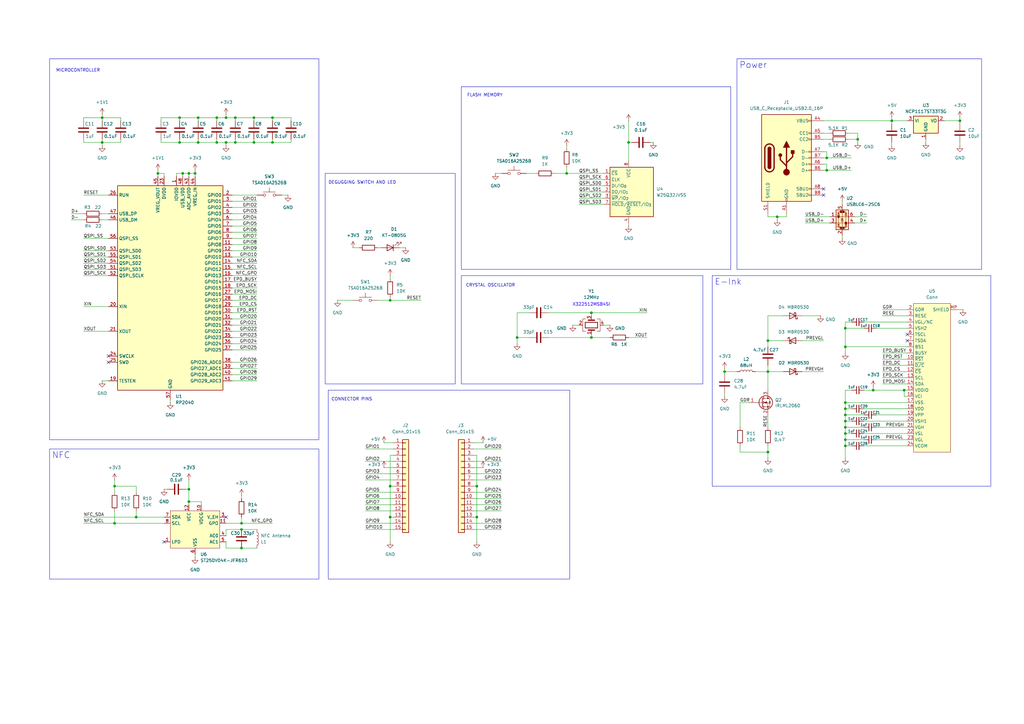
<source format=kicad_sch>
(kicad_sch (version 20250114) (generator "eeschema") (generator_version "9.0")
  (paper "A3")
  (lib_symbols
    (symbol "Connector:USB_C_Receptacle_USB2.0_16P" (pin_names (offset 1.016))
      (property "Reference" "J" (at 0 22.225 0))
      (property "Value" "USB_C_Receptacle_USB2.0_16P" (at 0 19.685 0))
      (symbol "USB_C_Receptacle_USB2.0_16P_1_1"
        (pin passive line (at -7.62 -22.86 90) (length 5.08) (name "SHIELD") (number "S1"))
        (pin passive line (at 0 -22.86 90) (length 5.08) (name "GND") (number "A1"))
        (pin passive line (at 0 -22.86 90) (length 5.08) (hide yes) (name "GND") (number "A12"))
        (pin passive line (at 0 -22.86 90) (length 5.08) (hide yes) (name "GND") (number "B1"))
        (pin passive line (at 0 -22.86 90) (length 5.08) (hide yes) (name "GND") (number "B12"))
        (pin passive line (at 15.24 15.24 180) (length 5.08) (name "VBUS") (number "A4"))
        (pin passive line (at 15.24 15.24 180) (length 5.08) (hide yes) (name "VBUS") (number "A9"))
        (pin passive line (at 15.24 15.24 180) (length 5.08) (hide yes) (name "VBUS") (number "B4"))
        (pin passive line (at 15.24 15.24 180) (length 5.08) (hide yes) (name "VBUS") (number "B9"))
        (pin bidirectional line (at 15.24 10.16 180) (length 5.08) (name "CC1") (number "A5"))
        (pin bidirectional line (at 15.24 7.62 180) (length 5.08) (name "CC2") (number "B5"))
        (pin bidirectional line (at 15.24 2.54 180) (length 5.08) (name "D-") (number "A7"))
        (pin bidirectional line (at 15.24 0 180) (length 5.08) (name "D-") (number "B7"))
        (pin bidirectional line (at 15.24 -2.54 180) (length 5.08) (name "D+") (number "A6"))
        (pin bidirectional line (at 15.24 -5.08 180) (length 5.08) (name "D+") (number "B6"))
        (pin bidirectional line (at 15.24 -12.7 180) (length 5.08) (name "SBU1") (number "A8"))
        (pin bidirectional line (at 15.24 -15.24 180) (length 5.08) (name "SBU2") (number "B8"))
      )
    )
    (symbol "Connector_Generic:Conn_01x15" (pin_names (offset 1.016) (hide yes))
      (property "Reference" "J" (at 0 20.32 0))
      (property "Value" "Conn_01x15" (at 0 -20.32 0))
      (symbol "Conn_01x15_1_1"
        (pin passive line (at -5.08 17.78 0) (length 3.81) (name "Pin_1") (number "1"))
        (pin passive line (at -5.08 15.24 0) (length 3.81) (name "Pin_2") (number "2"))
        (pin passive line (at -5.08 12.7 0) (length 3.81) (name "Pin_3") (number "3"))
        (pin passive line (at -5.08 10.16 0) (length 3.81) (name "Pin_4") (number "4"))
        (pin passive line (at -5.08 7.62 0) (length 3.81) (name "Pin_5") (number "5"))
        (pin passive line (at -5.08 5.08 0) (length 3.81) (name "Pin_6") (number "6"))
        (pin passive line (at -5.08 2.54 0) (length 3.81) (name "Pin_7") (number "7"))
        (pin passive line (at -5.08 0 0) (length 3.81) (name "Pin_8") (number "8"))
        (pin passive line (at -5.08 -2.54 0) (length 3.81) (name "Pin_9") (number "9"))
        (pin passive line (at -5.08 -5.08 0) (length 3.81) (name "Pin_10") (number "10"))
        (pin passive line (at -5.08 -7.62 0) (length 3.81) (name "Pin_11") (number "11"))
        (pin passive line (at -5.08 -10.16 0) (length 3.81) (name "Pin_12") (number "12"))
        (pin passive line (at -5.08 -12.7 0) (length 3.81) (name "Pin_13") (number "13"))
        (pin passive line (at -5.08 -15.24 0) (length 3.81) (name "Pin_14") (number "14"))
        (pin passive line (at -5.08 -17.78 0) (length 3.81) (name "Pin_15") (number "15"))
      )
    )
    (symbol "Device:C" (pin_numbers (hide yes)) (pin_names (offset 0.254))
      (property "Reference" "C" (at 0.635 2.54 0))
      (property "Value" "C" (at 0.635 -2.54 0))
      (symbol "C_1_1"
        (pin passive line (at 0 3.81 270) (length 2.794) (name "~") (number "1"))
        (pin passive line (at 0 -3.81 90) (length 2.794) (name "~") (number "2"))
      )
    )
    (symbol "Device:C_Small" (pin_numbers (hide yes)) (pin_names (offset 0.254) (hide yes))
      (property "Reference" "C" (at 0.254 1.778 0))
      (property "Value" "C_Small" (at 0.254 -2.032 0))
      (symbol "C_Small_1_1"
        (pin passive line (at 0 2.54 270) (length 2.032) (name "~") (number "1"))
        (pin passive line (at 0 -2.54 90) (length 2.032) (name "~") (number "2"))
      )
    )
    (symbol "Device:Crystal_GND24" (pin_names (offset 1.016) (hide yes))
      (property "Reference" "Y" (at 3.175 5.08 0))
      (property "Value" "Crystal_GND24" (at 3.175 3.175 0))
      (symbol "Crystal_GND24_1_1"
        (pin passive line (at -3.81 0 0) (length 1.27) (name "1") (number "1"))
        (pin passive line (at 0 5.08 270) (length 1.27) (name "2") (number "2"))
        (pin passive line (at 0 -5.08 90) (length 1.27) (name "4") (number "4"))
        (pin passive line (at 3.81 0 180) (length 1.27) (name "3") (number "3"))
      )
    )
    (symbol "Device:L" (pin_numbers (hide yes)) (pin_names (offset 1.016) (hide yes))
      (property "Reference" "L" (at -1.27 0 90))
      (property "Value" "L" (at 1.905 0 90))
      (symbol "L_1_1"
        (pin passive line (at 0 3.81 270) (length 1.27) (name "1") (number "1"))
        (pin passive line (at 0 -3.81 90) (length 1.27) (name "2") (number "2"))
      )
    )
    (symbol "Device:LED" (pin_numbers (hide yes)) (pin_names (offset 1.016) (hide yes))
      (property "Reference" "D" (at 0 2.54 0))
      (property "Value" "LED" (at 0 -2.54 0))
      (symbol "LED_1_1"
        (pin passive line (at -3.81 0 0) (length 2.54) (name "K") (number "1"))
        (pin passive line (at 3.81 0 180) (length 2.54) (name "A") (number "2"))
      )
    )
    (symbol "Device:R" (pin_numbers (hide yes)) (pin_names (offset 0))
      (property "Reference" "R" (at 2.032 0 90))
      (property "Value" "R" (at 0 0 90))
      (symbol "R_1_1"
        (pin passive line (at 0 3.81 270) (length 1.27) (name "~") (number "1"))
        (pin passive line (at 0 -3.81 90) (length 1.27) (name "~") (number "2"))
      )
    )
    (symbol "Diode:MBR0530" (pin_numbers (hide yes)) (pin_names (offset 1.016) (hide yes))
      (property "Reference" "D" (at 0 2.54 0))
      (property "Value" "MBR0530" (at 0 -2.54 0))
      (symbol "MBR0530_1_1"
        (pin passive line (at -3.81 0 0) (length 2.54) (name "K") (number "1"))
        (pin passive line (at 3.81 0 180) (length 2.54) (name "A") (number "2"))
      )
    )
    (symbol "MCU_RaspberryPi:RP2040"
      (property "Reference" "U" (at 17.78 45.72 0))
      (property "Value" "RP2040" (at 17.78 43.18 0))
      (symbol "RP2040_1_1"
        (pin input line (at -25.4 38.1 0) (length 3.81) (name "RUN") (number "26"))
        (pin bidirectional line (at -25.4 30.48 0) (length 3.81) (name "USB_DP") (number "47"))
        (pin bidirectional line (at -25.4 27.94 0) (length 3.81) (name "USB_DM") (number "46"))
        (pin bidirectional line (at -25.4 20.32 0) (length 3.81) (name "QSPI_SS") (number "56"))
        (pin bidirectional line (at -25.4 15.24 0) (length 3.81) (name "QSPI_SD0") (number "53"))
        (pin bidirectional line (at -25.4 12.7 0) (length 3.81) (name "QSPI_SD1") (number "55"))
        (pin bidirectional line (at -25.4 10.16 0) (length 3.81) (name "QSPI_SD2") (number "54"))
        (pin bidirectional line (at -25.4 7.62 0) (length 3.81) (name "QSPI_SD3") (number "51"))
        (pin output line (at -25.4 5.08 0) (length 3.81) (name "QSPI_SCLK") (number "52"))
        (pin input line (at -25.4 -7.62 0) (length 3.81) (name "XIN") (number "20"))
        (pin passive line (at -25.4 -17.78 0) (length 3.81) (name "XOUT") (number "21"))
        (pin input line (at -25.4 -27.94 0) (length 3.81) (name "SWCLK") (number "24"))
        (pin bidirectional line (at -25.4 -30.48 0) (length 3.81) (name "SWD") (number "25"))
        (pin input line (at -25.4 -38.1 0) (length 3.81) (name "TESTEN") (number "19"))
        (pin power_out line (at -5.08 45.72 270) (length 3.81) (name "VREG_VOUT") (number "45"))
        (pin power_in line (at -2.54 45.72 270) (length 3.81) (name "DVDD") (number "23"))
        (pin passive line (at -2.54 45.72 270) (length 3.81) (hide yes) (name "DVDD") (number "50"))
        (pin power_in line (at 0 -45.72 90) (length 3.81) (name "GND") (number "57"))
        (pin power_in line (at 2.54 45.72 270) (length 3.81) (name "IOVDD") (number "1"))
        (pin passive line (at 2.54 45.72 270) (length 3.81) (hide yes) (name "IOVDD") (number "10"))
        (pin passive line (at 2.54 45.72 270) (length 3.81) (hide yes) (name "IOVDD") (number "22"))
        (pin passive line (at 2.54 45.72 270) (length 3.81) (hide yes) (name "IOVDD") (number "33"))
        (pin passive line (at 2.54 45.72 270) (length 3.81) (hide yes) (name "IOVDD") (number "42"))
        (pin passive line (at 2.54 45.72 270) (length 3.81) (hide yes) (name "IOVDD") (number "49"))
        (pin power_in line (at 5.08 45.72 270) (length 3.81) (name "USB_VDD") (number "48"))
        (pin power_in line (at 7.62 45.72 270) (length 3.81) (name "ADC_AVDD") (number "43"))
        (pin power_in line (at 10.16 45.72 270) (length 3.81) (name "VREG_IN") (number "44"))
        (pin bidirectional line (at 25.4 38.1 180) (length 3.81) (name "GPIO0") (number "2"))
        (pin bidirectional line (at 25.4 35.56 180) (length 3.81) (name "GPIO1") (number "3"))
        (pin bidirectional line (at 25.4 33.02 180) (length 3.81) (name "GPIO2") (number "4"))
        (pin bidirectional line (at 25.4 30.48 180) (length 3.81) (name "GPIO3") (number "5"))
        (pin bidirectional line (at 25.4 27.94 180) (length 3.81) (name "GPIO4") (number "6"))
        (pin bidirectional line (at 25.4 25.4 180) (length 3.81) (name "GPIO5") (number "7"))
        (pin bidirectional line (at 25.4 22.86 180) (length 3.81) (name "GPIO6") (number "8"))
        (pin bidirectional line (at 25.4 20.32 180) (length 3.81) (name "GPIO7") (number "9"))
        (pin bidirectional line (at 25.4 17.78 180) (length 3.81) (name "GPIO8") (number "11"))
        (pin bidirectional line (at 25.4 15.24 180) (length 3.81) (name "GPIO9") (number "12"))
        (pin bidirectional line (at 25.4 12.7 180) (length 3.81) (name "GPIO10") (number "13"))
        (pin bidirectional line (at 25.4 10.16 180) (length 3.81) (name "GPIO11") (number "14"))
        (pin bidirectional line (at 25.4 7.62 180) (length 3.81) (name "GPIO12") (number "15"))
        (pin bidirectional line (at 25.4 5.08 180) (length 3.81) (name "GPIO13") (number "16"))
        (pin bidirectional line (at 25.4 2.54 180) (length 3.81) (name "GPIO14") (number "17"))
        (pin bidirectional line (at 25.4 0 180) (length 3.81) (name "GPIO15") (number "18"))
        (pin bidirectional line (at 25.4 -2.54 180) (length 3.81) (name "GPIO16") (number "27"))
        (pin bidirectional line (at 25.4 -5.08 180) (length 3.81) (name "GPIO17") (number "28"))
        (pin bidirectional line (at 25.4 -7.62 180) (length 3.81) (name "GPIO18") (number "29"))
        (pin bidirectional line (at 25.4 -10.16 180) (length 3.81) (name "GPIO19") (number "30"))
        (pin bidirectional line (at 25.4 -12.7 180) (length 3.81) (name "GPIO20") (number "31"))
        (pin bidirectional line (at 25.4 -15.24 180) (length 3.81) (name "GPIO21") (number "32"))
        (pin bidirectional line (at 25.4 -17.78 180) (length 3.81) (name "GPIO22") (number "34"))
        (pin bidirectional line (at 25.4 -20.32 180) (length 3.81) (name "GPIO23") (number "35"))
        (pin bidirectional line (at 25.4 -22.86 180) (length 3.81) (name "GPIO24") (number "36"))
        (pin bidirectional line (at 25.4 -25.4 180) (length 3.81) (name "GPIO25") (number "37"))
        (pin bidirectional line (at 25.4 -30.48 180) (length 3.81) (name "GPIO26_ADC0") (number "38"))
        (pin bidirectional line (at 25.4 -33.02 180) (length 3.81) (name "GPIO27_ADC1") (number "39"))
        (pin bidirectional line (at 25.4 -35.56 180) (length 3.81) (name "GPIO28_ADC2") (number "40"))
        (pin bidirectional line (at 25.4 -38.1 180) (length 3.81) (name "GPIO29_ADC3") (number "41"))
      )
    )
    (symbol "Memory_Flash:W25Q32JVSS"
      (property "Reference" "U" (at -6.35 11.43 0))
      (property "Value" "W25Q32JVSS" (at 7.62 11.43 0))
      (symbol "W25Q32JVSS_1_1"
        (pin input line (at -10.16 7.62 0) (length 2.54) (name "~{CS}") (number "1"))
        (pin input line (at -10.16 5.08 0) (length 2.54) (name "CLK") (number "6"))
        (pin bidirectional line (at -10.16 2.54 0) (length 2.54) (name "DI/IO_{0}") (number "5"))
        (pin bidirectional line (at -10.16 0 0) (length 2.54) (name "DO/IO_{1}") (number "2"))
        (pin bidirectional line (at -10.16 -2.54 0) (length 2.54) (name "~{WP}/IO_{2}") (number "3"))
        (pin bidirectional line (at -10.16 -5.08 0) (length 2.54) (name "~{HOLD}/~{RESET}/IO_{3}") (number "7"))
        (pin power_in line (at 0 12.7 270) (length 2.54) (name "VCC") (number "8"))
        (pin power_in line (at 0 -12.7 90) (length 2.54) (name "GND") (number "4"))
      )
    )
    (symbol "Power_Protection:USBLC6-2SC6" (pin_names (hide yes))
      (property "Reference" "U" (at 0.635 5.715 0))
      (property "Value" "USBLC6-2SC6" (at 0.635 3.81 0))
      (symbol "USBLC6-2SC6_1_1"
        (pin passive line (at -5.08 0 0) (length 2.54) (name "I/O1") (number "1"))
        (pin passive line (at -5.08 -2.54 0) (length 2.54) (name "I/O2") (number "3"))
        (pin passive line (at 0 5.08 270) (length 2.54) (name "VBUS") (number "5"))
        (pin passive line (at 0 -7.62 90) (length 2.54) (name "GND") (number "2"))
        (pin passive line (at 5.08 0 180) (length 2.54) (name "I/O1") (number "6"))
        (pin passive line (at 5.08 -2.54 180) (length 2.54) (name "I/O2") (number "4"))
      )
    )
    (symbol "RF_NFC:ST25DV04K-JFR6D3"
      (property "Reference" "U" (at 8.89 8.89 0))
      (property "Value" "ST25DV04K-JFR6D3" (at 10.795 -8.89 0))
      (symbol "ST25DV04K-JFR6D3_1_1"
        (pin bidirectional line (at -12.7 5.08 0) (length 2.54) (name "SDA") (number "7"))
        (pin input line (at -12.7 2.54 0) (length 2.54) (name "SCL") (number "8"))
        (pin input line (at -12.7 -5.08 0) (length 2.54) (name "LPD") (number "1"))
        (pin no_connect line (at -10.16 0 0) (length 2.54) (hide yes) (name "NC") (number "2"))
        (pin no_connect line (at -10.16 -2.54 0) (length 2.54) (hide yes) (name "NC") (number "9"))
        (pin power_in line (at -2.54 10.16 270) (length 2.54) (name "VCC") (number "12"))
        (pin power_in line (at 0 -10.16 90) (length 2.54) (name "VSS") (number "6"))
        (pin power_in line (at 2.54 10.16 270) (length 2.54) (name "VDCG") (number "10"))
        (pin no_connect line (at 10.16 0 180) (length 2.54) (hide yes) (name "NC") (number "13"))
        (pin power_out line (at 12.7 5.08 180) (length 2.54) (name "V_EH") (number "3"))
        (pin output line (at 12.7 2.54 180) (length 2.54) (name "GPO") (number "11"))
        (pin passive line (at 12.7 -2.54 180) (length 2.54) (name "AC0") (number "4"))
        (pin passive line (at 12.7 -5.08 180) (length 2.54) (name "AC1") (number "5"))
      )
    )
    (symbol "Regulator_Linear:NCP1117-3.3_SOT223"
      (property "Reference" "U" (at -3.81 3.175 0))
      (property "Value" "NCP1117-3.3_SOT223" (at 0 3.175 0))
      (symbol "NCP1117-3.3_SOT223_1_1"
        (pin power_in line (at -7.62 0 0) (length 2.54) (name "VI") (number "3"))
        (pin power_in line (at 0 -7.62 90) (length 2.54) (name "GND") (number "1"))
        (pin power_out line (at 7.62 0 180) (length 2.54) (name "VO") (number "2"))
      )
    )
    (symbol "Switch:SW_Push" (pin_numbers (hide yes)) (pin_names (offset 1.016) (hide yes))
      (property "Reference" "SW" (at 1.27 2.54 0))
      (property "Value" "SW_Push" (at 0 -1.524 0))
      (symbol "SW_Push_0_1"
        (pin passive line (at -5.08 0 0) (length 2.54) (name "1") (number "1"))
        (pin passive line (at 5.08 0 180) (length 2.54) (name "2") (number "2"))
      )
    )
    (symbol "Transistor_FET:IRLML2060" (pin_names (offset 0) (hide yes))
      (property "Reference" "Q" (at 5.08 1.905 0))
      (property "Value" "IRLML2060" (at 5.08 0 0))
      (symbol "IRLML2060_1_1"
        (pin input line (at -5.08 0 0) (length 2.54) (name "G") (number "1"))
        (pin passive line (at 2.54 5.08 270) (length 2.54) (name "D") (number "3"))
        (pin passive line (at 2.54 -5.08 90) (length 2.54) (name "S") (number "2"))
      )
    )
    (symbol "kai-library:EINK-2.9inch"
      (property "Reference" "U5" (at 0 19.05 0))
      (property "Value" "Conn" (at 0 16.51 0))
      (symbol "EINK-2.9inch_1_1"
        (pin input line (at -11.43 30.48 0) (length 2.54) (name "GDR") (number "2"))
        (pin input line (at -11.43 27.94 0) (length 2.54) (name "RESE") (number "3"))
        (pin input line (at -11.43 25.4 0) (length 2.54) (name "VGL/NC") (number "4"))
        (pin input line (at -11.43 22.86 0) (length 2.54) (name "VSH2") (number "5"))
        (pin input line (at -11.43 20.32 0) (length 2.54) (name "TSCL") (number "6"))
        (pin input line (at -11.43 17.78 0) (length 2.54) (name "TSDA") (number "7"))
        (pin input line (at -11.43 15.24 0) (length 2.54) (name "BS1") (number "8"))
        (pin input line (at -11.43 12.7 0) (length 2.54) (name "BUSY") (number "9"))
        (pin input line (at -11.43 10.16 0) (length 2.54) (name "~{RST}") (number "10"))
        (pin input line (at -11.43 7.62 0) (length 2.54) (name "~{D/C}") (number "11"))
        (pin input line (at -11.43 5.08 0) (length 2.54) (name "~{CS}") (number "12"))
        (pin input line (at -11.43 2.54 0) (length 2.54) (name "SCL") (number "13"))
        (pin input line (at -11.43 0 0) (length 2.54) (name "SDA") (number "14"))
        (pin input line (at -11.43 -2.54 0) (length 2.54) (name "VDDIO") (number "15"))
        (pin input line (at -11.43 -5.08 0) (length 2.54) (name "VCI") (number "16"))
        (pin input line (at -11.43 -7.62 0) (length 2.54) (name "VSS") (number "17"))
        (pin input line (at -11.43 -10.16 0) (length 2.54) (name "VDD") (number "18"))
        (pin input line (at -11.43 -12.7 0) (length 2.54) (name "VPP") (number "19"))
        (pin input line (at -11.43 -15.24 0) (length 2.54) (name "VSH1") (number "20"))
        (pin input line (at -11.43 -17.78 0) (length 2.54) (name "VGH") (number "21"))
        (pin input line (at -11.43 -20.32 0) (length 2.54) (name "VSL") (number "22"))
        (pin input line (at -11.43 -22.86 0) (length 2.54) (name "VGL") (number "23"))
        (pin input line (at -11.43 -25.4 0) (length 2.54) (name "VCOM") (number "24"))
        (pin no_connect line (at -2.54 35.56 270) (length 2.54) (hide yes) (name "NC") (number "1"))
        (pin output line (at 8.89 30.48 180) (length 2.54) (name "SHIELD") (number "MP"))
      )
    )
    (symbol "power:+1V1" (power) (pin_numbers (hide yes)) (pin_names (offset 0) (hide yes))
      (property "Value" "+1V1" (at 0 3.556 0))
      (symbol "+1V1_1_1"
        (pin power_in line (at 0 0 90) (length 0) (name "~") (number "1"))
      )
    )
    (symbol "power:+3V3" (power) (pin_numbers (hide yes)) (pin_names (offset 0) (hide yes))
      (property "Value" "+3V3" (at 0 3.556 0))
      (symbol "+3V3_1_1"
        (pin power_in line (at 0 0 90) (length 0) (name "~") (number "1"))
      )
    )
    (symbol "power:+5V" (power) (pin_numbers (hide yes)) (pin_names (offset 0) (hide yes))
      (property "Value" "+5V" (at 0 3.556 0))
      (symbol "+5V_1_1"
        (pin power_in line (at 0 0 90) (length 0) (name "~") (number "1"))
      )
    )
    (symbol "power:GND" (power) (pin_numbers (hide yes)) (pin_names (offset 0) (hide yes))
      (property "Value" "GND" (at 0 -3.81 0))
      (symbol "GND_1_1"
        (pin power_in line (at 0 0 270) (length 0) (name "~") (number "1"))
      )
    )
  )
  (rectangle (start 133.35 71.12) (end 186.69 157.48))
  (rectangle (start 134.62 160.02) (end 233.68 237.49))
  (rectangle (start 189.23 35.56) (end 299.72 110.49))
  (rectangle (start 20.32 24.13) (end 130.81 180.34))
  (rectangle (start 189.23 113.03) (end 288.29 157.48))
  (text "CONNECTOR PINS" (at 144.272 163.83 0) (effects (font (size 1.27 1.27))))
  (text "FLASH MEMORY" (at 198.882 39.116 0) (effects (font (size 1.27 1.27))))
  (text "DEGUGGING SWITCH AND LED" (at 148.59 74.93 0) (effects (font (size 1.27 1.27))))
  (text "CRYSTAL OSCILLATOR" (at 201.168 117.094 0) (effects (font (size 1.27 1.27))))
  (text "MICROCONTROLLER\n" (at 32.004 28.956 0) (effects (font (size 1.27 1.27))))
  (text_box "E-Ink " (at 292.1 113.03 0) (size 114.3 86.36) (margins 0.9525 0.9525 0.9525 0.9525) (effects (font (size 2.54 2.54)) (justify left top)))
  (text_box "Power" (at 302.26 24.13 0) (size 100.33 86.36) (margins 0.9525 0.9525 0.9525 0.9525) (effects (font (size 2.54 2.54)) (justify left top)))
  (text_box "NFC " (at 20.32 184.15 0) (size 110.49 53.34) (margins 0.9525 0.9525 0.9525 0.9525) (effects (font (size 2.54 2.54)) (justify left top)))
  (junction (at 104.14 58.42))
  (junction (at 346.71 180.34))
  (junction (at 104.14 48.26))
  (junction (at 346.71 182.88))
  (junction (at 195.58 212.09))
  (junction (at 346.71 175.26))
  (junction (at 77.47 200.66))
  (junction (at 351.79 57.15))
  (junction (at 339.09 69.85))
  (junction (at 55.88 212.09))
  (junction (at 314.96 152.4))
  (junction (at 96.52 58.42))
  (junction (at 393.7 49.53))
  (junction (at 99.06 217.17))
  (junction (at 64.77 71.12))
  (junction (at 73.66 58.42))
  (junction (at 41.91 48.26))
  (junction (at 318.77 88.9))
  (junction (at 339.09 64.77))
  (junction (at 365.76 49.53))
  (junction (at 46.99 214.63))
  (junction (at 88.9 48.26))
  (junction (at 92.71 48.26))
  (junction (at 46.99 199.39))
  (junction (at 96.52 48.26))
  (junction (at 160.02 212.09))
  (junction (at 74.93 71.12))
  (junction (at 111.76 58.42))
  (junction (at 314.96 185.42))
  (junction (at 358.14 160.02))
  (junction (at 346.71 134.62))
  (junction (at 232.41 71.12))
  (junction (at 212.09 138.43))
  (junction (at 346.71 165.1))
  (junction (at 297.18 152.4))
  (junction (at 257.81 58.42))
  (junction (at 99.06 224.79))
  (junction (at 346.71 177.8))
  (junction (at 346.71 170.18))
  (junction (at 41.91 58.42))
  (junction (at 346.71 142.24))
  (junction (at 160.02 199.39))
  (junction (at 81.28 58.42))
  (junction (at 73.66 48.26))
  (junction (at 77.47 71.12))
  (junction (at 346.71 167.64))
  (junction (at 195.58 199.39))
  (junction (at 242.57 128.27))
  (junction (at 99.06 214.63))
  (junction (at 80.01 71.12))
  (junction (at 314.96 139.7))
  (junction (at 88.9 58.42))
  (junction (at 92.71 58.42))
  (junction (at 242.57 138.43))
  (junction (at 346.71 172.72))
  (junction (at 160.02 123.19))
  (junction (at 370.84 160.02))
  (junction (at 81.28 48.26))
  (junction (at 111.76 48.26))
  (junction (at 77.47 205.74))
  (no_connect (at 44.45 148.59))
  (no_connect (at 337.82 77.47))
  (no_connect (at 92.71 212.09))
  (no_connect (at 44.45 146.05))
  (no_connect (at 337.82 80.01))
  (no_connect (at 372.11 139.7))
  (no_connect (at 67.31 222.25))
  (no_connect (at 372.11 137.16))
  (wire (pts (xy 96.52 48.26) (xy 104.14 48.26)))
  (wire (pts (xy 46.99 199.39) (xy 55.88 199.39)))
  (wire (pts (xy 370.84 160.02) (xy 370.84 162.56)))
  (wire (pts (xy 55.88 212.09) (xy 67.31 212.09)))
  (wire (pts (xy 224.79 128.27) (xy 242.57 128.27)))
  (wire (pts (xy 104.14 57.15) (xy 104.14 58.42)))
  (wire (pts (xy 77.47 196.85) (xy 77.47 200.66)))
  (wire (pts (xy 257.81 58.42) (xy 257.81 66.04)))
  (wire (pts (xy 194.31 212.09) (xy 195.58 212.09)))
  (wire (pts (xy 95.25 120.65) (xy 105.41 120.65)))
  (wire (pts (xy 119.38 48.26) (xy 119.38 49.53)))
  (wire (pts (xy 77.47 205.74) (xy 77.47 207.01)))
  (wire (pts (xy 95.25 87.63) (xy 105.41 87.63)))
  (wire (pts (xy 212.09 128.27) (xy 212.09 138.43)))
  (wire (pts (xy 237.49 81.28) (xy 247.65 81.28)))
  (wire (pts (xy 66.04 58.42) (xy 73.66 58.42)))
  (wire (pts (xy 354.33 175.26) (xy 346.71 175.26)))
  (wire (pts (xy 73.66 48.26) (xy 81.28 48.26)))
  (wire (pts (xy 361.95 127) (xy 372.11 127)))
  (wire (pts (xy 160.02 212.09) (xy 161.29 212.09)))
  (wire (pts (xy 318.77 90.17) (xy 318.77 88.9)))
  (wire (pts (xy 69.85 165.1) (xy 69.85 163.83)))
  (wire (pts (xy 365.76 49.53) (xy 372.11 49.53)))
  (wire (pts (xy 297.18 161.29) (xy 297.18 162.56)))
  (wire (pts (xy 232.41 68.58) (xy 232.41 71.12)))
  (wire (pts (xy 370.84 160.02) (xy 372.11 160.02)))
  (wire (pts (xy 72.39 71.12) (xy 74.93 71.12)))
  (wire (pts (xy 250.19 133.35) (xy 247.65 133.35)))
  (wire (pts (xy 92.71 222.25) (xy 92.71 224.79)))
  (wire (pts (xy 346.71 182.88) (xy 346.71 180.34)))
  (wire (pts (xy 95.25 143.51) (xy 105.41 143.51)))
  (wire (pts (xy 361.95 152.4) (xy 372.11 152.4)))
  (wire (pts (xy 99.06 212.09) (xy 99.06 214.63)))
  (wire (pts (xy 80.01 228.6) (xy 80.01 227.33)))
  (wire (pts (xy 138.43 123.19) (xy 144.78 123.19)))
  (wire (pts (xy 81.28 48.26) (xy 88.9 48.26)))
  (wire (pts (xy 217.17 128.27) (xy 212.09 128.27)))
  (wire (pts (xy 67.31 71.12) (xy 64.77 71.12)))
  (wire (pts (xy 361.95 157.48) (xy 372.11 157.48)))
  (wire (pts (xy 337.82 64.77) (xy 339.09 64.77)))
  (wire (pts (xy 346.71 172.72) (xy 346.71 170.18)))
  (wire (pts (xy 237.49 78.74) (xy 247.65 78.74)))
  (wire (pts (xy 77.47 200.66) (xy 76.2 200.66)))
  (wire (pts (xy 49.53 49.53) (xy 49.53 48.26)))
  (wire (pts (xy 346.71 177.8) (xy 346.71 175.26)))
  (wire (pts (xy 46.99 199.39) (xy 46.99 201.93)))
  (wire (pts (xy 257.81 49.53) (xy 257.81 58.42)))
  (wire (pts (xy 346.71 134.62) (xy 354.33 134.62)))
  (wire (pts (xy 95.25 110.49) (xy 105.41 110.49)))
  (wire (pts (xy 66.04 49.53) (xy 66.04 48.26)))
  (wire (pts (xy 95.25 140.97) (xy 105.41 140.97)))
  (wire (pts (xy 95.25 156.21) (xy 105.41 156.21)))
  (wire (pts (xy 232.41 71.12) (xy 247.65 71.12)))
  (wire (pts (xy 105.41 100.33) (xy 95.25 100.33)))
  (wire (pts (xy 349.25 167.64) (xy 346.71 167.64)))
  (wire (pts (xy 194.31 217.17) (xy 205.74 217.17)))
  (wire (pts (xy 203.2 71.12) (xy 205.74 71.12)))
  (wire (pts (xy 149.86 204.47) (xy 161.29 204.47)))
  (wire (pts (xy 314.96 187.96) (xy 314.96 185.42)))
  (wire (pts (xy 346.71 160.02) (xy 349.25 160.02)))
  (wire (pts (xy 92.71 224.79) (xy 99.06 224.79)))
  (wire (pts (xy 41.91 48.26) (xy 41.91 46.99)))
  (wire (pts (xy 355.6 91.44) (xy 350.52 91.44)))
  (wire (pts (xy 354.33 132.08) (xy 372.11 132.08)))
  (wire (pts (xy 95.25 102.87) (xy 105.41 102.87)))
  (wire (pts (xy 224.79 138.43) (xy 242.57 138.43)))
  (wire (pts (xy 237.49 76.2) (xy 247.65 76.2)))
  (wire (pts (xy 340.36 54.61) (xy 337.82 54.61)))
  (wire (pts (xy 339.09 64.77) (xy 349.25 64.77)))
  (wire (pts (xy 195.58 186.69) (xy 195.58 199.39)))
  (wire (pts (xy 257.81 138.43) (xy 265.43 138.43)))
  (wire (pts (xy 149.86 214.63) (xy 161.29 214.63)))
  (wire (pts (xy 95.25 123.19) (xy 105.41 123.19)))
  (wire (pts (xy 96.52 58.42) (xy 104.14 58.42)))
  (wire (pts (xy 321.31 152.4) (xy 314.96 152.4)))
  (wire (pts (xy 34.29 48.26) (xy 41.91 48.26)))
  (wire (pts (xy 34.29 80.01) (xy 44.45 80.01)))
  (wire (pts (xy 95.25 118.11) (xy 105.41 118.11)))
  (wire (pts (xy 336.55 129.54) (xy 328.93 129.54)))
  (wire (pts (xy 314.96 139.7) (xy 314.96 142.24)))
  (wire (pts (xy 104.14 48.26) (xy 104.14 49.53)))
  (wire (pts (xy 314.96 182.88) (xy 314.96 185.42)))
  (wire (pts (xy 95.25 148.59) (xy 105.41 148.59)))
  (wire (pts (xy 66.04 48.26) (xy 73.66 48.26)))
  (wire (pts (xy 303.53 185.42) (xy 303.53 182.88)))
  (wire (pts (xy 361.95 147.32) (xy 372.11 147.32)))
  (wire (pts (xy 77.47 71.12) (xy 80.01 71.12)))
  (wire (pts (xy 303.53 165.1) (xy 303.53 175.26)))
  (wire (pts (xy 111.76 48.26) (xy 111.76 49.53)))
  (wire (pts (xy 34.29 125.73) (xy 44.45 125.73)))
  (wire (pts (xy 82.55 207.01) (xy 82.55 205.74)))
  (wire (pts (xy 160.02 199.39) (xy 160.02 212.09)))
  (wire (pts (xy 88.9 58.42) (xy 92.71 58.42)))
  (wire (pts (xy 81.28 48.26) (xy 81.28 49.53)))
  (wire (pts (xy 149.86 196.85) (xy 161.29 196.85)))
  (wire (pts (xy 41.91 90.17) (xy 44.45 90.17)))
  (wire (pts (xy 29.21 90.17) (xy 34.29 90.17)))
  (wire (pts (xy 242.57 128.27) (xy 242.57 129.54)))
  (wire (pts (xy 346.71 180.34) (xy 346.71 177.8)))
  (wire (pts (xy 99.06 214.63) (xy 111.76 214.63)))
  (wire (pts (xy 105.41 105.41) (xy 95.25 105.41)))
  (wire (pts (xy 267.97 58.42) (xy 266.7 58.42)))
  (wire (pts (xy 346.71 187.96) (xy 346.71 182.88)))
  (wire (pts (xy 149.86 207.01) (xy 161.29 207.01)))
  (wire (pts (xy 92.71 217.17) (xy 99.06 217.17)))
  (wire (pts (xy 160.02 123.19) (xy 172.72 123.19)))
  (wire (pts (xy 359.41 175.26) (xy 372.11 175.26)))
  (wire (pts (xy 73.66 48.26) (xy 73.66 49.53)))
  (wire (pts (xy 302.26 152.4) (xy 297.18 152.4)))
  (wire (pts (xy 346.71 132.08) (xy 346.71 134.62)))
  (wire (pts (xy 41.91 49.53) (xy 41.91 48.26)))
  (wire (pts (xy 205.74 207.01) (xy 194.31 207.01)))
  (wire (pts (xy 41.91 59.69) (xy 41.91 58.42)))
  (wire (pts (xy 161.29 186.69) (xy 160.02 186.69)))
  (wire (pts (xy 354.33 160.02) (xy 358.14 160.02)))
  (wire (pts (xy 154.94 123.19) (xy 160.02 123.19)))
  (wire (pts (xy 95.25 153.67) (xy 105.41 153.67)))
  (wire (pts (xy 105.41 95.25) (xy 95.25 95.25)))
  (wire (pts (xy 354.33 170.18) (xy 346.71 170.18)))
  (wire (pts (xy 337.82 57.15) (xy 340.36 57.15)))
  (wire (pts (xy 82.55 205.74) (xy 77.47 205.74)))
  (wire (pts (xy 55.88 209.55) (xy 55.88 212.09)))
  (wire (pts (xy 64.77 69.85) (xy 64.77 71.12)))
  (wire (pts (xy 195.58 199.39) (xy 195.58 212.09)))
  (wire (pts (xy 354.33 167.64) (xy 372.11 167.64)))
  (wire (pts (xy 337.82 49.53) (xy 365.76 49.53)))
  (wire (pts (xy 88.9 48.26) (xy 92.71 48.26)))
  (wire (pts (xy 349.25 132.08) (xy 346.71 132.08)))
  (wire (pts (xy 346.71 170.18) (xy 346.71 167.64)))
  (wire (pts (xy 361.95 144.78) (xy 372.11 144.78)))
  (wire (pts (xy 365.76 59.69) (xy 365.76 58.42)))
  (wire (pts (xy 297.18 152.4) (xy 297.18 153.67)))
  (wire (pts (xy 105.41 92.71) (xy 95.25 92.71)))
  (wire (pts (xy 393.7 49.53) (xy 393.7 48.26)))
  (wire (pts (xy 330.2 88.9) (xy 340.36 88.9)))
  (wire (pts (xy 105.41 82.55) (xy 95.25 82.55)))
  (wire (pts (xy 41.91 57.15) (xy 41.91 58.42)))
  (wire (pts (xy 34.29 57.15) (xy 34.29 58.42)))
  (wire (pts (xy 314.96 129.54) (xy 321.31 129.54)))
  (wire (pts (xy 227.33 71.12) (xy 232.41 71.12)))
  (wire (pts (xy 337.82 67.31) (xy 339.09 67.31)))
  (wire (pts (xy 361.95 149.86) (xy 372.11 149.86)))
  (wire (pts (xy 358.14 158.75) (xy 358.14 160.02)))
  (wire (pts (xy 160.02 113.03) (xy 160.02 114.3)))
  (wire (pts (xy 34.29 102.87) (xy 44.45 102.87)))
  (wire (pts (xy 393.7 59.69) (xy 393.7 58.42)))
  (wire (pts (xy 322.58 88.9) (xy 322.58 87.63)))
  (wire (pts (xy 92.71 214.63) (xy 99.06 214.63)))
  (wire (pts (xy 205.74 189.23) (xy 194.31 189.23)))
  (wire (pts (xy 351.79 58.42) (xy 351.79 57.15)))
  (wire (pts (xy 330.2 91.44) (xy 340.36 91.44)))
  (wire (pts (xy 339.09 67.31) (xy 339.09 69.85)))
  (wire (pts (xy 242.57 138.43) (xy 250.19 138.43)))
  (wire (pts (xy 95.25 128.27) (xy 105.41 128.27)))
  (wire (pts (xy 144.78 101.6) (xy 147.32 101.6)))
  (wire (pts (xy 347.98 57.15) (xy 351.79 57.15)))
  (wire (pts (xy 166.37 101.6) (xy 163.83 101.6)))
  (wire (pts (xy 361.95 154.94) (xy 372.11 154.94)))
  (wire (pts (xy 92.71 58.42) (xy 96.52 58.42)))
  (wire (pts (xy 105.41 97.79) (xy 95.25 97.79)))
  (wire (pts (xy 337.82 152.4) (xy 328.93 152.4)))
  (wire (pts (xy 154.94 101.6) (xy 156.21 101.6)))
  (wire (pts (xy 34.29 105.41) (xy 44.45 105.41)))
  (wire (pts (xy 96.52 48.26) (xy 96.52 49.53)))
  (wire (pts (xy 88.9 57.15) (xy 88.9 58.42)))
  (wire (pts (xy 34.29 113.03) (xy 44.45 113.03)))
  (wire (pts (xy 347.98 54.61) (xy 351.79 54.61)))
  (wire (pts (xy 321.31 139.7) (xy 314.96 139.7)))
  (wire (pts (xy 242.57 137.16) (xy 242.57 138.43)))
  (wire (pts (xy 349.25 177.8) (xy 346.71 177.8)))
  (wire (pts (xy 34.29 97.79) (xy 44.45 97.79)))
  (wire (pts (xy 80.01 71.12) (xy 80.01 72.39)))
  (wire (pts (xy 49.53 48.26) (xy 41.91 48.26)))
  (wire (pts (xy 95.25 115.57) (xy 105.41 115.57)))
  (wire (pts (xy 149.86 209.55) (xy 161.29 209.55)))
  (wire (pts (xy 237.49 73.66) (xy 247.65 73.66)))
  (wire (pts (xy 95.25 151.13) (xy 105.41 151.13)))
  (wire (pts (xy 355.6 88.9) (xy 350.52 88.9)))
  (wire (pts (xy 314.96 139.7) (xy 314.96 129.54)))
  (wire (pts (xy 95.25 133.35) (xy 105.41 133.35)))
  (wire (pts (xy 74.93 71.12) (xy 74.93 72.39)))
  (wire (pts (xy 105.41 80.01) (xy 95.25 80.01)))
  (wire (pts (xy 160.02 212.09) (xy 160.02 222.25)))
  (wire (pts (xy 96.52 57.15) (xy 96.52 58.42)))
  (wire (pts (xy 361.95 129.54) (xy 372.11 129.54)))
  (wire (pts (xy 66.04 57.15) (xy 66.04 58.42)))
  (wire (pts (xy 215.9 71.12) (xy 219.71 71.12)))
  (wire (pts (xy 314.96 152.4) (xy 314.96 160.02)))
  (wire (pts (xy 394.97 127) (xy 392.43 127)))
  (wire (pts (xy 195.58 212.09) (xy 195.58 222.25)))
  (wire (pts (xy 34.29 58.42) (xy 41.91 58.42)))
  (wire (pts (xy 80.01 69.85) (xy 80.01 71.12)))
  (wire (pts (xy 349.25 182.88) (xy 346.71 182.88)))
  (wire (pts (xy 149.86 217.17) (xy 161.29 217.17)))
  (wire (pts (xy 64.77 71.12) (xy 64.77 72.39)))
  (wire (pts (xy 339.09 69.85) (xy 349.25 69.85)))
  (wire (pts (xy 212.09 138.43) (xy 212.09 140.97)))
  (wire (pts (xy 41.91 87.63) (xy 44.45 87.63)))
  (wire (pts (xy 105.41 90.17) (xy 95.25 90.17)))
  (wire (pts (xy 77.47 71.12) (xy 77.47 72.39)))
  (wire (pts (xy 46.99 209.55) (xy 46.99 214.63)))
  (wire (pts (xy 365.76 48.26) (xy 365.76 49.53)))
  (wire (pts (xy 72.39 72.39) (xy 72.39 71.12)))
  (wire (pts (xy 99.06 203.2) (xy 99.06 204.47)))
  (wire (pts (xy 297.18 151.13) (xy 297.18 152.4)))
  (wire (pts (xy 46.99 196.85) (xy 46.99 199.39)))
  (wire (pts (xy 205.74 201.93) (xy 194.31 201.93)))
  (wire (pts (xy 318.77 88.9) (xy 322.58 88.9)))
  (wire (pts (xy 359.41 170.18) (xy 372.11 170.18)))
  (wire (pts (xy 111.76 48.26) (xy 119.38 48.26)))
  (wire (pts (xy 354.33 182.88) (xy 372.11 182.88)))
  (wire (pts (xy 234.95 133.35) (xy 237.49 133.35)))
  (wire (pts (xy 198.12 191.77) (xy 194.31 191.77)))
  (wire (pts (xy 205.74 204.47) (xy 194.31 204.47)))
  (wire (pts (xy 359.41 180.34) (xy 372.11 180.34)))
  (wire (pts (xy 198.12 181.61) (xy 194.31 181.61)))
  (wire (pts (xy 232.41 59.69) (xy 232.41 60.96)))
  (wire (pts (xy 34.29 135.89) (xy 44.45 135.89)))
  (wire (pts (xy 67.31 72.39) (xy 67.31 71.12)))
  (wire (pts (xy 34.29 214.63) (xy 46.99 214.63)))
  (wire (pts (xy 149.86 201.93) (xy 161.29 201.93)))
  (wire (pts (xy 337.82 62.23) (xy 339.09 62.23)))
  (wire (pts (xy 88.9 48.26) (xy 88.9 49.53)))
  (wire (pts (xy 34.29 212.09) (xy 55.88 212.09)))
  (wire (pts (xy 259.08 58.42) (xy 257.81 58.42)))
  (wire (pts (xy 95.25 138.43) (xy 105.41 138.43)))
  (wire (pts (xy 74.93 71.12) (xy 77.47 71.12)))
  (wire (pts (xy 205.74 184.15) (xy 194.31 184.15)))
  (wire (pts (xy 73.66 58.42) (xy 81.28 58.42)))
  (wire (pts (xy 92.71 48.26) (xy 96.52 48.26)))
  (wire (pts (xy 205.74 196.85) (xy 194.31 196.85)))
  (wire (pts (xy 92.71 59.69) (xy 92.71 58.42)))
  (wire (pts (xy 314.96 170.18) (xy 314.96 175.26)))
  (wire (pts (xy 157.48 191.77) (xy 161.29 191.77)))
  (wire (pts (xy 34.29 49.53) (xy 34.29 48.26)))
  (wire (pts (xy 29.21 87.63) (xy 34.29 87.63)))
  (wire (pts (xy 354.33 172.72) (xy 372.11 172.72)))
  (wire (pts (xy 95.25 85.09) (xy 105.41 85.09)))
  (wire (pts (xy 370.84 162.56) (xy 372.11 162.56)))
  (wire (pts (xy 379.73 58.42) (xy 379.73 57.15)))
  (wire (pts (xy 77.47 200.66) (xy 77.47 205.74)))
  (wire (pts (xy 303.53 165.1) (xy 307.34 165.1)))
  (wire (pts (xy 34.29 107.95) (xy 44.45 107.95)))
  (wire (pts (xy 346.71 160.02) (xy 346.71 165.1)))
  (wire (pts (xy 309.88 152.4) (xy 314.96 152.4)))
  (wire (pts (xy 358.14 160.02) (xy 370.84 160.02)))
  (wire (pts (xy 67.31 200.66) (xy 68.58 200.66)))
  (wire (pts (xy 346.71 167.64) (xy 346.71 165.1)))
  (wire (pts (xy 237.49 83.82) (xy 247.65 83.82)))
  (wire (pts (xy 337.82 69.85) (xy 339.09 69.85)))
  (wire (pts (xy 359.41 134.62) (xy 372.11 134.62)))
  (wire (pts (xy 95.25 130.81) (xy 105.41 130.81)))
  (wire (pts (xy 99.06 224.79) (xy 105.41 224.79)))
  (wire (pts (xy 346.71 142.24) (xy 346.71 144.78)))
  (wire (pts (xy 157.48 181.61) (xy 161.29 181.61)))
  (wire (pts (xy 34.29 110.49) (xy 44.45 110.49)))
  (wire (pts (xy 95.25 125.73) (xy 105.41 125.73)))
  (wire (pts (xy 346.71 134.62) (xy 346.71 142.24)))
  (wire (pts (xy 149.86 194.31) (xy 161.29 194.31)))
  (wire (pts (xy 351.79 54.61) (xy 351.79 57.15)))
  (wire (pts (xy 194.31 186.69) (xy 195.58 186.69)))
  (wire (pts (xy 81.28 57.15) (xy 81.28 58.42)))
  (wire (pts (xy 212.09 138.43) (xy 217.17 138.43)))
  (wire (pts (xy 81.28 58.42) (xy 88.9 58.42)))
  (wire (pts (xy 365.76 50.8) (xy 365.76 49.53)))
  (wire (pts (xy 118.11 80.01) (xy 115.57 80.01)))
  (wire (pts (xy 99.06 217.17) (xy 105.41 217.17)))
  (wire (pts (xy 41.91 156.21) (xy 44.45 156.21)))
  (wire (pts (xy 345.44 82.55) (xy 345.44 83.82)))
  (wire (pts (xy 92.71 219.71) (xy 92.71 217.17)))
  (wire (pts (xy 160.02 121.92) (xy 160.02 123.19)))
  (wire (pts (xy 242.57 128.27) (xy 265.43 128.27)))
  (wire (pts (xy 119.38 58.42) (xy 119.38 57.15)))
  (wire (pts (xy 160.02 199.39) (xy 161.29 199.39)))
  (wire (pts (xy 339.09 62.23) (xy 339.09 64.77)))
  (wire (pts (xy 73.66 57.15) (xy 73.66 58.42)))
  (wire (pts (xy 314.96 88.9) (xy 314.96 87.63)))
  (wire (pts (xy 345.44 97.79) (xy 345.44 96.52)))
  (wire (pts (xy 346.71 175.26) (xy 346.71 172.72)))
  (wire (pts (xy 55.88 199.39) (xy 55.88 201.93)))
  (wire (pts (xy 160.02 186.69) (xy 160.02 199.39)))
  (wire (pts (xy 354.33 180.34) (xy 346.71 180.34)))
  (wire (pts (xy 194.31 199.39) (xy 195.58 199.39)))
  (wire (pts (xy 337.82 139.7) (xy 328.93 139.7)))
  (wire (pts (xy 92.71 46.99) (xy 92.71 48.26)))
  (wire (pts (xy 393.7 50.8) (xy 393.7 49.53)))
  (wire (pts (xy 149.86 184.15) (xy 161.29 184.15)))
  (wire (pts (xy 314.96 149.86) (xy 314.96 152.4)))
  (wire (pts (xy 104.14 48.26) (xy 111.76 48.26)))
  (wire (pts (xy 95.25 107.95) (xy 105.41 107.95)))
  (wire (pts (xy 194.31 214.63) (xy 205.74 214.63)))
  (wire (pts (xy 111.76 57.15) (xy 111.76 58.42)))
  (wire (pts (xy 205.74 194.31) (xy 194.31 194.31)))
  (wire (pts (xy 46.99 214.63) (xy 67.31 214.63)))
  (wire (pts (xy 349.25 172.72) (xy 346.71 172.72)))
  (wire (pts (xy 41.91 58.42) (xy 49.53 58.42)))
  (wire (pts (xy 393.7 49.53) (xy 387.35 49.53)))
  (wire (pts (xy 111.76 58.42) (xy 119.38 58.42)))
  (wire (pts (xy 314.96 88.9) (xy 318.77 88.9)))
  (wire (pts (xy 205.74 209.55) (xy 194.31 209.55)))
  (wire (pts (xy 149.86 189.23) (xy 161.29 189.23)))
  (wire (pts (xy 95.25 113.03) (xy 105.41 113.03)))
  (wire (pts (xy 346.71 142.24) (xy 372.11 142.24)))
  (wire (pts (xy 257.81 92.71) (xy 257.81 91.44)))
  (wire (pts (xy 346.71 165.1) (xy 372.11 165.1)))
  (wire (pts (xy 104.14 58.42) (xy 111.76 58.42)))
  (wire (pts (xy 49.53 58.42) (xy 49.53 57.15)))
  (wire (pts (xy 95.25 135.89) (xy 105.41 135.89)))
  (wire (pts (xy 354.33 177.8) (xy 372.11 177.8)))
  (wire (pts (xy 303.53 185.42) (xy 314.96 185.42)))
  (label "D-" (at 355.6 88.9 180) (property "Netclass" "USB" (effects (hide yes))))
  (label "RESET" (at 34.29 80.01 0))
  (label "EPD_MOSI" (at 361.95 157.48 0))
  (label "GPIO29" (at 205.74 217.17 180))
  (label "GPIO4" (at 105.41 90.17 180))
  (label "GPIO5" (at 105.41 92.71 180))
  (label "EPD_CS" (at 361.95 152.4 0))
  (label "QSPI_SCK" (at 237.49 73.66 0))
  (label "GPIO25" (at 205.74 204.47 180))
  (label "GPIO5" (at 149.86 201.93 0))
  (label "EPD_DC" (at 105.41 123.19 180))
  (label "QSPI_SD0" (at 237.49 76.2 0))
  (label "GDR" (at 303.53 165.1 0))
  (label "EPD_MOSI" (at 105.41 120.65 180))
  (label "GPIO8" (at 105.41 100.33 180))
  (label "GPIO28" (at 105.41 153.67 180))
  (label "GPIO4" (at 149.86 196.85 0))
  (label "GPIO24" (at 105.41 140.97 180))
  (label "EPD_BUSY" (at 361.95 144.78 0))
  (label "QSPI_SCK" (at 34.29 113.03 0))
  (label "PREVGH" (at 337.82 152.4 180))
  (label "GPIO28" (at 205.74 214.63 180))
  (label "GDR" (at 361.95 127 0))
  (label "XOUT" (at 34.29 135.89 0))
  (label "USB_D-" (at 330.2 88.9 0) (property "Netclass" "USB" (effects (hide yes))))
  (label "D+" (at 355.6 91.44 180) (property "Netclass" "USB" (effects (hide yes))))
  (label "D+" (at 29.21 87.63 0) (property "Netclass" "USB" (effects (hide yes))))
  (label "GPIO26" (at 205.74 207.01 180))
  (label "GPIO8" (at 149.86 209.55 0))
  (label "NFC_SCL" (at 105.41 110.49 180))
  (label "NFC_SDA" (at 34.29 212.09 0))
  (label "GPIO3" (at 105.41 87.63 180))
  (label "GPIO23" (at 205.74 196.85 180))
  (label "QSPI_SS" (at 237.49 71.12 0))
  (label "GPIO3" (at 149.86 194.31 0))
  (label "GPIO2" (at 105.41 85.09 180))
  (label "PREVGH" (at 363.22 175.26 0))
  (label "GPIO22" (at 105.41 135.89 180))
  (label "RESET" (at 172.72 123.19 180))
  (label "GPIO21" (at 205.74 189.23 180))
  (label "GPIO1" (at 149.86 184.15 0))
  (label "QSPI_SD1" (at 237.49 78.74 0))
  (label "GPIO9" (at 105.41 102.87 180))
  (label "QSPI_SD3" (at 34.29 110.49 0))
  (label "EPD_RST" (at 105.41 128.27 180))
  (label "GPIO1" (at 105.41 82.55 180))
  (label "GPIO6" (at 149.86 204.47 0))
  (label "GPIO7" (at 105.41 97.79 180))
  (label "XOUT" (at 265.43 138.43 180))
  (label "NFC_SCL" (at 34.29 214.63 0))
  (label "GPIO27" (at 105.41 151.13 180))
  (label "RESE" (at 361.95 129.54 0))
  (label "GPIO27" (at 205.74 209.55 180))
  (label "EPD_SCK" (at 105.41 118.11 180))
  (label "USB_D-" (at 349.25 64.77 180) (property "Netclass" "USB" (effects (hide yes))))
  (label "GPIO7" (at 149.86 207.01 0))
  (label "GPIO20" (at 105.41 130.81 180))
  (label "QSPI_SD3" (at 237.49 83.82 0))
  (label "GPIO20" (at 205.74 184.15 180))
  (label "RESE" (at 314.96 170.18 270))
  (label "GPIO26" (at 105.41 148.59 180))
  (label "PREVGL" (at 363.22 180.34 0))
  (label "GPIO24" (at 205.74 201.93 180))
  (label "EPD_CS" (at 105.41 125.73 180))
  (label "GPIO29" (at 105.41 156.21 180))
  (label "PREVGL" (at 337.82 139.7 180))
  (label "GPIO6" (at 105.41 95.25 180))
  (label "GPIO10" (at 105.41 105.41 180))
  (label "QSPI_SD2" (at 237.49 81.28 0))
  (label "D-" (at 29.21 90.17 0) (property "Netclass" "USB" (effects (hide yes))))
  (label "GPIO23" (at 105.41 138.43 180))
  (label "EPD_RST" (at 361.95 147.32 0))
  (label "EPD_BUSY" (at 105.41 115.57 180))
  (label "GPIO25" (at 105.41 143.51 180))
  (label "XIN" (at 265.43 128.27 180))
  (label "QSPI_SD2" (at 34.29 107.95 0))
  (label "XIN" (at 34.29 125.73 0))
  (label "GPIO21" (at 105.41 133.35 180))
  (label "NFC_GPO" (at 105.41 113.03 180))
  (label "GPIO10" (at 149.86 217.17 0))
  (label "QSPI_SD0" (at 34.29 102.87 0))
  (label "GPIO2" (at 149.86 189.23 0))
  (label "QSPI_SD1" (at 34.29 105.41 0))
  (label "NFC_GPO" (at 111.76 214.63 180))
  (label "EPD_SCK" (at 361.95 154.94 0))
  (label "NFC_SDA" (at 105.41 107.95 180))
  (label "QSPI_SS" (at 34.29 97.79 0))
  (label "USB_D+" (at 330.2 91.44 0) (property "Netclass" "USB" (effects (hide yes))))
  (label "USB_D+" (at 349.25 69.85 180) (property "Netclass" "USB" (effects (hide yes))))
  (label "EPD_DC" (at 361.95 149.86 0))
  (label "GPIO9" (at 149.86 214.63 0))
  (label "GPIO22" (at 205.74 194.31 180))
  (symbol (lib_id "power:+1V1") (at 64.77 69.85 0) (unit 1)
    (property "Reference" "#PWR011" (effects (hide yes)))
    (property "Value" "+1V1" (at 64.77 64.77 0))
    (property "Description" "Power symbol creates a global label with name \"+1V1\"" (effects (hide yes)))
  )
  (symbol (lib_id "Connector_Generic:Conn_01x15") (at 189.23 199.39 0) (mirror y) (unit 1)
    (property "Reference" "J3" (at 190.246 174.498 0) (effects (justify left)))
    (property "Value" "Conn_01x15" (at 194.564 177.038 0) (effects (justify left)))
    (property "Footprint" "kai's library:PinHeader_PAD_1x15_P2.54mm_Vertical" (effects (hide yes)))
    (property "Description" "Generic connector, single row, 01x15, script generated (kicad-library-utils/schlib/autogen/connector/)" (effects (hide yes)))
  )
  (symbol (lib_id "power:GND") (at 41.91 156.21 0) (unit 1)
    (property "Reference" "#PWR034" (effects (hide yes)))
    (property "Value" "GND" (at 41.91 161.29 0))
    (property "Description" "Power symbol creates a global label with name \"GND\" , ground" (effects (hide yes)))
  )
  (symbol (lib_id "Device:R") (at 160.02 118.11 0) (unit 1)
    (property "Reference" "R5" (at 162.56 116.8399 0) (effects (justify left)))
    (property "Value" "10K" (at 162.56 119.3799 0) (effects (justify left)))
    (property "Footprint" "Resistor_SMD:R_0402_1005Metric" (effects (hide yes)))
    (property "Description" "Resistor" (effects (hide yes)))
  )
  (symbol (lib_id "power:GND") (at 41.91 59.69 0) (unit 1)
    (property "Reference" "#PWR016" (effects (hide yes)))
    (property "Value" "GND" (at 41.91 64.77 0))
    (property "Description" "Power symbol creates a global label with name \"GND\" , ground" (effects (hide yes)))
  )
  (symbol (lib_id "power:GND") (at 195.58 222.25 0) (unit 1)
    (property "Reference" "#PWR046" (effects (hide yes)))
    (property "Value" "GND" (at 195.58 227.33 0))
    (property "Description" "Power symbol creates a global label with name \"GND\" , ground" (effects (hide yes)))
  )
  (symbol (lib_id "power:GND") (at 267.97 58.42 0) (unit 1)
    (property "Reference" "#PWR027" (effects (hide yes)))
    (property "Value" "GND" (at 267.97 63.5 0))
    (property "Description" "Power symbol creates a global label with name \"GND\" , ground" (effects (hide yes)))
  )
  (symbol (lib_id "MCU_RaspberryPi:RP2040") (at 69.85 118.11 0) (unit 1)
    (property "Reference" "U1" (at 71.9933 162.56 0) (effects (justify left)))
    (property "Value" "RP2040" (at 71.9933 165.1 0) (effects (justify left)))
    (property "Footprint" "Package_DFN_QFN:QFN-56-1EP_7x7mm_P0.4mm_EP3.2x3.2mm" (effects (hide yes)))
    (property "Datasheet" "https://datasheets.raspberrypi.com/rp2040/rp2040-datasheet.pdf" (effects (hide yes)))
    (property "Description" "A microcontroller by Raspberry Pi" (effects (hide yes)))
  )
  (symbol (lib_id "power:GND") (at 250.19 133.35 0) (unit 1)
    (property "Reference" "#PWR019" (effects (hide yes)))
    (property "Value" "GND" (at 254.254 134.62 0))
    (property "Description" "Power symbol creates a global label with name \"GND\" , ground" (effects (hide yes)))
  )
  (symbol (lib_id "Switch:SW_Push") (at 210.82 71.12 0) (unit 1)
    (property "Reference" "SW2" (at 210.82 63.5 0))
    (property "Value" "TSA016A2526B" (at 210.82 66.04 0))
    (property "Footprint" "kai's library:SW_Push_SPST_TSA016" (effects (hide yes)))
    (property "Description" "Push button switch, generic, two pins" (effects (hide yes)))
  )
  (symbol (lib_id "Device:R") (at 46.99 205.74 0) (unit 1)
    (property "Reference" "R13" (at 49.53 204.4699 0) (effects (justify left)))
    (property "Value" "10K" (at 49.53 207.0099 0) (effects (justify left)))
    (property "Footprint" "Resistor_SMD:R_0402_1005Metric" (effects (hide yes)))
    (property "Description" "Resistor" (effects (hide yes)))
  )
  (symbol (lib_id "power:GND") (at 166.37 101.6 0) (unit 1)
    (property "Reference" "#PWR022" (effects (hide yes)))
    (property "Value" "GND" (at 166.37 106.68 0))
    (property "Description" "Power symbol creates a global label with name \"GND\" , ground" (effects (hide yes)))
  )
  (symbol (lib_id "Device:C") (at 119.38 53.34 0) (unit 1)
    (property "Reference" "C10" (at 119.888 50.8 0) (effects (justify left)))
    (property "Value" "0.1uF" (at 120.142 55.88 0) (effects (justify left)))
    (property "Footprint" "Capacitor_SMD:C_0402_1005Metric" (effects (hide yes)))
    (property "Description" "Unpolarized capacitor" (effects (hide yes)))
  )
  (symbol (lib_id "power:GND") (at 118.11 80.01 0) (unit 1)
    (property "Reference" "#PWR043" (effects (hide yes)))
    (property "Value" "GND" (at 118.11 85.09 0))
    (property "Description" "Power symbol creates a global label with name \"GND\" , ground" (effects (hide yes)))
  )
  (symbol (lib_id "power:+3V3") (at 144.78 101.6 0) (unit 1)
    (property "Reference" "#PWR023" (effects (hide yes)))
    (property "Value" "+3V3" (at 144.78 96.52 0))
    (property "Description" "Power symbol creates a global label with name \"+3V3\"" (effects (hide yes)))
  )
  (symbol (lib_id "Device:R") (at 254 138.43 90) (unit 1)
    (property "Reference" "R6" (at 251.968 141.224 90))
    (property "Value" "1K" (at 256.032 141.224 90))
    (property "Footprint" "Resistor_SMD:R_0402_1005Metric" (effects (hide yes)))
    (property "Description" "Resistor" (effects (hide yes)))
  )
  (symbol (lib_id "power:GND") (at 297.18 162.56 0) (unit 1)
    (property "Reference" "#PWR038" (effects (hide yes)))
    (property "Value" "GND" (at 297.18 167.64 0))
    (property "Description" "Power symbol creates a global label with name \"GND\" , ground" (effects (hide yes)))
  )
  (symbol (lib_id "Device:C") (at 81.28 53.34 0) (unit 1)
    (property "Reference" "C5" (at 81.788 50.8 0) (effects (justify left)))
    (property "Value" "0.1uF" (at 82.042 55.88 0) (effects (justify left)))
    (property "Footprint" "Capacitor_SMD:C_0402_1005Metric" (effects (hide yes)))
    (property "Description" "Unpolarized capacitor" (effects (hide yes)))
  )
  (symbol (lib_id "power:GND") (at 80.01 228.6 0) (unit 1)
    (property "Reference" "#PWR035" (effects (hide yes)))
    (property "Value" "GND" (at 80.01 233.68 0))
    (property "Description" "Power symbol creates a global label with name \"GND\" , ground" (effects (hide yes)))
  )
  (symbol (lib_id "Device:C_Small") (at 351.79 167.64 90) (unit 1)
    (property "Reference" "C20" (at 354.33 166.624 90) (effects (font (size 1.016 1.016))))
    (property "Value" "1uF" (at 349.25 166.624 90) (effects (font (size 1.016 1.016))))
    (property "Footprint" "Capacitor_SMD:C_0402_1005Metric" (effects (hide yes)))
    (property "Description" "Unpolarized capacitor, small symbol" (effects (hide yes)))
  )
  (symbol (lib_id "power:+3V3") (at 198.12 191.77 0) (unit 1)
    (property "Reference" "#PWR047" (effects (hide yes)))
    (property "Value" "+3V3" (at 202.184 190.5 0))
    (property "Description" "Power symbol creates a global label with name \"+3V3\"" (effects (hide yes)))
  )
  (symbol (lib_id "power:GND") (at 318.77 90.17 0) (unit 1)
    (property "Reference" "#PWR01" (effects (hide yes)))
    (property "Value" "GND" (at 318.77 95.25 0))
    (property "Description" "Power symbol creates a global label with name \"GND\" , ground" (effects (hide yes)))
  )
  (symbol (lib_id "power:GND") (at 203.2 71.12 0) (unit 1)
    (property "Reference" "#PWR025" (effects (hide yes)))
    (property "Value" "GND" (at 203.2 76.2 0))
    (property "Description" "Power symbol creates a global label with name \"GND\" , ground" (effects (hide yes)))
  )
  (symbol (lib_id "Device:L") (at 105.41 220.98 0) (mirror x) (unit 1)
    (property "Reference" "L1" (at 106.934 222.25 0) (effects (justify left)))
    (property "Value" "NFC Antenna" (at 106.934 219.71 0) (effects (justify left)))
    (property "Footprint" "nfc:25x35mm-NFC" (effects (hide yes)))
    (property "Description" "Inductor" (effects (hide yes)))
  )
  (symbol (lib_id "Device:R") (at 303.53 179.07 0) (unit 1)
    (property "Reference" "R11" (at 306.07 177.7999 0) (effects (justify left)))
    (property "Value" "10K" (at 306.07 180.3399 0) (effects (justify left)))
    (property "Footprint" "Resistor_SMD:R_0402_1005Metric" (effects (hide yes)))
    (property "Description" "Resistor" (effects (hide yes)))
  )
  (symbol (lib_id "Device:C") (at 297.18 157.48 180) (unit 1)
    (property "Reference" "C28" (at 300.99 156.2099 0) (effects (justify right)))
    (property "Value" "4.7uF" (at 300.99 158.7499 0) (effects (justify right)))
    (property "Footprint" "Capacitor_SMD:C_0603_1608Metric" (effects (hide yes)))
    (property "Description" "Unpolarized capacitor" (effects (hide yes)))
  )
  (symbol (lib_id "power:GND") (at 314.96 187.96 0) (unit 1)
    (property "Reference" "#PWR036" (effects (hide yes)))
    (property "Value" "GND" (at 314.96 193.04 0))
    (property "Description" "Power symbol creates a global label with name \"GND\" , ground" (effects (hide yes)))
  )
  (symbol (lib_id "Device:C") (at 393.7 54.61 0) (unit 1)
    (property "Reference" "C2" (at 397.002 53.34 0) (effects (justify left)))
    (property "Value" "10uF" (at 397.002 55.88 0) (effects (justify left)))
    (property "Footprint" "Capacitor_SMD:C_0805_2012Metric" (effects (hide yes)))
    (property "Description" "Unpolarized capacitor" (effects (hide yes)))
  )
  (symbol (lib_id "power:+3V3") (at 358.14 158.75 0) (unit 1)
    (property "Reference" "#PWR031" (effects (hide yes)))
    (property "Value" "+3V3" (at 358.14 153.67 0))
    (property "Description" "Power symbol creates a global label with name \"+3V3\"" (effects (hide yes)))
  )
  (symbol (lib_id "Connector:USB_C_Receptacle_USB2.0_16P") (at 322.58 64.77 0) (unit 1)
    (property "Reference" "J1" (at 322.58 41.91 0))
    (property "Value" "USB_C_Receptacle_USB2.0_16P" (at 322.58 44.45 0))
    (property "Footprint" "Connector_USB:USB_C_Receptacle_HRO_TYPE-C-31-M-12" (effects (hide yes)))
    (property "Datasheet" "https://www.usb.org/sites/default/files/documents/usb_type-c.zip" (effects (hide yes)))
    (property "Description" "USB 2.0-only 16P Type-C Receptacle connector" (effects (hide yes)))
  )
  (symbol (lib_id "Switch:SW_Push") (at 110.49 80.01 0) (unit 1)
    (property "Reference" "SW3" (at 110.49 72.39 0))
    (property "Value" "TSA016A2526B" (at 110.49 74.93 0))
    (property "Footprint" "kai's library:SW_Push_SPST_TSA016" (effects (hide yes)))
    (property "Description" "Push button switch, generic, two pins" (effects (hide yes)))
  )
  (symbol (lib_id "Device:C") (at 49.53 53.34 0) (unit 1)
    (property "Reference" "C13" (at 50.038 50.8 0) (effects (justify left)))
    (property "Value" "0.1uF" (at 50.292 55.88 0) (effects (justify left)))
    (property "Footprint" "Capacitor_SMD:C_0402_1005Metric" (effects (hide yes)))
    (property "Description" "Unpolarized capacitor" (effects (hide yes)))
  )
  (symbol (lib_id "Device:C") (at 262.89 58.42 90) (unit 1)
    (property "Reference" "C16" (at 262.89 50.8 90))
    (property "Value" "0.1uF" (at 262.89 53.34 90))
    (property "Footprint" "Capacitor_SMD:C_0402_1005Metric" (effects (hide yes)))
    (property "Description" "Unpolarized capacitor" (effects (hide yes)))
  )
  (symbol (lib_id "Device:C_Small") (at 351.79 132.08 90) (unit 1)
    (property "Reference" "C17" (at 354.33 131.064 90) (effects (font (size 1.016 1.016))))
    (property "Value" "1uF" (at 349.25 131.064 90) (effects (font (size 1.016 1.016))))
    (property "Footprint" "Capacitor_SMD:C_0402_1005Metric" (effects (hide yes)))
    (property "Description" "Unpolarized capacitor, small symbol" (effects (hide yes)))
  )
  (symbol (lib_id "Device:C") (at 365.76 54.61 0) (unit 1)
    (property "Reference" "C1" (at 369.062 53.34 0) (effects (justify left)))
    (property "Value" "10uF" (at 369.062 55.88 0) (effects (justify left)))
    (property "Footprint" "Capacitor_SMD:C_0805_2012Metric" (effects (hide yes)))
    (property "Description" "Unpolarized capacitor" (effects (hide yes)))
  )
  (symbol (lib_id "Device:C") (at 34.29 53.34 0) (unit 1)
    (property "Reference" "C11" (at 34.798 50.8 0) (effects (justify left)))
    (property "Value" "1uF" (at 35.052 55.88 0) (effects (justify left)))
    (property "Footprint" "Capacitor_SMD:C_0402_1005Metric" (effects (hide yes)))
    (property "Description" "Unpolarized capacitor" (effects (hide yes)))
  )
  (symbol (lib_id "Device:C") (at 111.76 53.34 0) (unit 1)
    (property "Reference" "C9" (at 112.268 50.8 0) (effects (justify left)))
    (property "Value" "0.1uF" (at 112.522 55.88 0) (effects (justify left)))
    (property "Footprint" "Capacitor_SMD:C_0402_1005Metric" (effects (hide yes)))
    (property "Description" "Unpolarized capacitor" (effects (hide yes)))
  )
  (symbol (lib_id "Switch:SW_Push") (at 149.86 123.19 0) (unit 1)
    (property "Reference" "SW1" (at 149.86 115.57 0))
    (property "Value" "TSA016A2526B" (at 149.86 118.11 0))
    (property "Footprint" "kai's library:SW_Push_SPST_TSA016" (effects (hide yes)))
    (property "Description" "Push button switch, generic, two pins" (effects (hide yes)))
  )
  (symbol (lib_id "Device:R") (at 314.96 179.07 0) (unit 1)
    (property "Reference" "R12" (at 317.5 177.7999 0) (effects (justify left)))
    (property "Value" "0.47" (at 317.5 180.3399 0) (effects (justify left)))
    (property "Footprint" "Resistor_SMD:R_0402_1005Metric" (effects (hide yes)))
    (property "Description" "Resistor" (effects (hide yes)))
  )
  (symbol (lib_id "power:+3V3") (at 80.01 69.85 0) (unit 1)
    (property "Reference" "#PWR05" (effects (hide yes)))
    (property "Value" "+3V3" (at 80.01 64.77 0))
    (property "Description" "Power symbol creates a global label with name \"+3V3\"" (effects (hide yes)))
  )
  (symbol (lib_id "Device:R") (at 55.88 205.74 0) (unit 1)
    (property "Reference" "R10" (at 58.42 204.4699 0) (effects (justify left)))
    (property "Value" "10K" (at 58.42 207.0099 0) (effects (justify left)))
    (property "Footprint" "Resistor_SMD:R_0402_1005Metric" (effects (hide yes)))
    (property "Description" "Resistor" (effects (hide yes)))
  )
  (symbol (lib_id "power:+3V3") (at 77.47 196.85 0) (unit 1)
    (property "Reference" "#PWR040" (effects (hide yes)))
    (property "Value" "+3V3" (at 77.47 191.77 0))
    (property "Description" "Power symbol creates a global label with name \"+3V3\"" (effects (hide yes)))
  )
  (symbol (lib_id "power:+3V3") (at 393.7 48.26 0) (unit 1)
    (property "Reference" "#PWR09" (effects (hide yes)))
    (property "Value" "+3V3" (at 393.7 43.18 0))
    (property "Description" "Power symbol creates a global label with name \"+3V3\"" (effects (hide yes)))
  )
  (symbol (lib_id "Device:Crystal_GND24") (at 242.57 133.35 90) (unit 1)
    (property "Reference" "Y1" (at 242.57 119.38 90))
    (property "Value" "12MHz" (at 242.57 121.92 90))
    (property "Footprint" "Crystal:Crystal_SMD_3225-4Pin_3.2x2.5mm" (effects (hide yes)))
    (property "Description" "Four pin crystal, GND on pins 2 and 4" (effects (hide yes)))
    (property "MPN" "X322512MSB4SI" (at 242.57 124.714 90))
  )
  (symbol (lib_id "power:GND") (at 69.85 165.1 0) (unit 1)
    (property "Reference" "#PWR010" (effects (hide yes)))
    (property "Value" "GND" (at 69.85 170.18 0))
    (property "Description" "Power symbol creates a global label with name \"GND\" , ground" (effects (hide yes)))
  )
  (symbol (lib_id "Transistor_FET:IRLML2060") (at 312.42 165.1 0) (unit 1)
    (property "Reference" "Q2" (at 319.278 164.084 0))
    (property "Value" "IRLML2060" (at 323.088 166.37 0))
    (property "Footprint" "Package_TO_SOT_SMD:SOT-23" (effects (hide yes)))
    (property "Datasheet" "https://www.infineon.com/dgdl/irlml2060pbf.pdf?fileId=5546d462533600a401535664b7fb25ee" (effects (hide yes)))
    (property "Description" "1.2A Id, 60V Vds, 480mOhm Rds, N-Channel HEXFET Power MOSFET, SOT-23" (effects (hide yes)))
  )
  (symbol (lib_id "Device:R") (at 223.52 71.12 90) (unit 1)
    (property "Reference" "R9" (at 223.52 64.77 90))
    (property "Value" "1K" (at 223.52 67.31 90))
    (property "Footprint" "Resistor_SMD:R_0402_1005Metric" (effects (hide yes)))
    (property "Description" "Resistor" (effects (hide yes)))
  )
  (symbol (lib_id "Power_Protection:USBLC6-2SC6") (at 345.44 88.9 0) (unit 1)
    (property "Reference" "U2" (at 347.0911 81.28 0) (effects (justify left)))
    (property "Value" "USBLC6-2SC6" (at 347.0911 83.82 0) (effects (justify left)))
    (property "Footprint" "Package_TO_SOT_SMD:SOT-23-6" (effects (hide yes)))
    (property "Datasheet" "https://www.st.com/resource/en/datasheet/usblc6-2.pdf" (effects (hide yes)))
    (property "Description" "Very low capacitance ESD protection diode, 2 data-line, SOT-23-6" (effects (hide yes)))
  )
  (symbol (lib_id "power:GND") (at 336.55 129.54 0) (unit 1)
    (property "Reference" "#PWR033" (effects (hide yes)))
    (property "Value" "GND" (at 340.614 131.064 0))
    (property "Description" "Power symbol creates a global label with name \"GND\" , ground" (effects (hide yes)))
  )
  (symbol (lib_id "power:GND") (at 212.09 140.97 0) (unit 1)
    (property "Reference" "#PWR021" (effects (hide yes)))
    (property "Value" "GND" (at 212.09 146.05 0))
    (property "Description" "Power symbol creates a global label with name \"GND\" , ground" (effects (hide yes)))
  )
  (symbol (lib_id "Device:C") (at 73.66 53.34 0) (unit 1)
    (property "Reference" "C4" (at 74.168 50.8 0) (effects (justify left)))
    (property "Value" "0.1uF" (at 74.422 55.88 0) (effects (justify left)))
    (property "Footprint" "Capacitor_SMD:C_0402_1005Metric" (effects (hide yes)))
    (property "Description" "Unpolarized capacitor" (effects (hide yes)))
  )
  (symbol (lib_id "Device:C") (at 41.91 53.34 0) (unit 1)
    (property "Reference" "C12" (at 42.418 50.8 0) (effects (justify left)))
    (property "Value" "0.1uF" (at 42.672 55.88 0) (effects (justify left)))
    (property "Footprint" "Capacitor_SMD:C_0402_1005Metric" (effects (hide yes)))
    (property "Description" "Unpolarized capacitor" (effects (hide yes)))
  )
  (symbol (lib_id "Device:R") (at 344.17 57.15 90) (unit 1)
    (property "Reference" "R2" (at 346.456 59.436 90))
    (property "Value" "5.1K" (at 341.884 59.436 90))
    (property "Footprint" "Resistor_SMD:R_0402_1005Metric" (effects (hide yes)))
    (property "Description" "Resistor" (effects (hide yes)))
  )
  (symbol (lib_id "Diode:MBR0530") (at 325.12 139.7 0) (unit 1)
    (property "Reference" "D3" (at 320.548 136.144 0))
    (property "Value" "MBR0530" (at 327.3425 136.144 0))
    (property "Footprint" "Diode_SMD:D_SOD-123" (effects (hide yes)))
    (property "Datasheet" "http://www.mccsemi.com/up_pdf/MBR0520~MBR0580(SOD123).pdf" (effects (hide yes)))
    (property "Description" "30V 0.5A Schottky Power Rectifier Diode, SOD-123" (effects (hide yes)))
  )
  (symbol (lib_id "Device:C") (at 66.04 53.34 0) (unit 1)
    (property "Reference" "C3" (at 66.548 50.8 0) (effects (justify left)))
    (property "Value" "1uF" (at 66.802 55.88 0) (effects (justify left)))
    (property "Footprint" "Capacitor_SMD:C_0402_1005Metric" (effects (hide yes)))
    (property "Description" "Unpolarized capacitor" (effects (hide yes)))
  )
  (symbol (lib_id "Memory_Flash:W25Q32JVSS") (at 257.81 78.74 0) (unit 1)
    (property "Reference" "U4" (at 269.24 77.4699 0) (effects (justify left)))
    (property "Value" "W25Q32JVSS" (at 269.24 80.0099 0) (effects (justify left)))
    (property "Footprint" "Package_SO:SOIC-8_5.3x5.3mm_P1.27mm" (effects (hide yes)))
    (property "Datasheet" "http://www.winbond.com/resource-files/w25q32jv%20revg%2003272018%20plus.pdf" (effects (hide yes)))
    (property "Description" "32Mbit / 4MiB Serial Flash Memory, Standard/Dual/Quad SPI, 2.7-3.6V, SOIC-8 (208 mil)" (effects (hide yes)))
  )
  (symbol (lib_id "Device:R") (at 38.1 87.63 90) (unit 1)
    (property "Reference" "R3" (at 35.814 85.09 90))
    (property "Value" "22" (at 40.132 85.09 90))
    (property "Footprint" "Resistor_SMD:R_0402_1005Metric" (effects (hide yes)))
    (property "Description" "Resistor" (effects (hide yes)))
  )
  (symbol (lib_id "Diode:MBR0530") (at 325.12 129.54 180) (unit 1)
    (property "Reference" "D4" (at 320.548 125.984 0))
    (property "Value" "MBR0530" (at 327.3425 125.984 0))
    (property "Footprint" "Diode_SMD:D_SOD-123" (effects (hide yes)))
    (property "Datasheet" "http://www.mccsemi.com/up_pdf/MBR0520~MBR0580(SOD123).pdf" (effects (hide yes)))
    (property "Description" "30V 0.5A Schottky Power Rectifier Diode, SOD-123" (effects (hide yes)))
  )
  (symbol (lib_id "Device:C") (at 220.98 128.27 90) (unit 1)
    (property "Reference" "C14" (at 224.79 125.984 90))
    (property "Value" "33pF" (at 216.916 125.984 90))
    (property "Footprint" "Capacitor_SMD:C_0402_1005Metric" (effects (hide yes)))
    (property "Description" "Unpolarized capacitor" (effects (hide yes)))
  )
  (symbol (lib_id "Device:C_Small") (at 356.87 134.62 90) (unit 1)
    (property "Reference" "C18" (at 359.41 133.604 90) (effects (font (size 1.016 1.016))))
    (property "Value" "1uF" (at 354.33 133.604 90) (effects (font (size 1.016 1.016))))
    (property "Footprint" "Capacitor_SMD:C_0402_1005Metric" (effects (hide yes)))
    (property "Description" "Unpolarized capacitor, small symbol" (effects (hide yes)))
  )
  (symbol (lib_id "power:GND") (at 138.43 123.19 0) (unit 1)
    (property "Reference" "#PWR017" (effects (hide yes)))
    (property "Value" "GND" (at 138.43 128.27 0))
    (property "Description" "Power symbol creates a global label with name \"GND\" , ground" (effects (hide yes)))
  )
  (symbol (lib_id "Device:C") (at 314.96 146.05 0) (unit 1)
    (property "Reference" "C27" (at 315.468 143.51 0) (effects (justify left)))
    (property "Value" "4.7uF" (at 308.864 143.51 0) (effects (justify left)))
    (property "Footprint" "Capacitor_SMD:C_0603_1608Metric" (effects (hide yes)))
    (property "Description" "Unpolarized capacitor" (effects (hide yes)))
  )
  (symbol (lib_id "Device:R") (at 344.17 54.61 90) (unit 1)
    (property "Reference" "R1" (at 346.456 52.578 90))
    (property "Value" "5.1K" (at 341.884 52.578 90))
    (property "Footprint" "Resistor_SMD:R_0402_1005Metric" (effects (hide yes)))
    (property "Description" "Resistor" (effects (hide yes)))
  )
  (symbol (lib_id "power:+5V") (at 157.48 181.61 0) (mirror y) (unit 1)
    (property "Reference" "#PWR048" (effects (hide yes)))
    (property "Value" "+5V" (at 153.924 180.086 0))
    (property "Description" "Power symbol creates a global label with name \"+5V\"" (effects (hide yes)))
  )
  (symbol (lib_id "power:GND") (at 92.71 59.69 0) (unit 1)
    (property "Reference" "#PWR013" (effects (hide yes)))
    (property "Value" "GND" (at 92.71 64.77 0))
    (property "Description" "Power symbol creates a global label with name \"GND\" , ground" (effects (hide yes)))
  )
  (symbol (lib_id "power:+3V3") (at 92.71 46.99 0) (unit 1)
    (property "Reference" "#PWR012" (effects (hide yes)))
    (property "Value" "+3V3" (at 92.71 41.91 0))
    (property "Description" "Power symbol creates a global label with name \"+3V3\"" (effects (hide yes)))
  )
  (symbol (lib_id "power:+3V3") (at 257.81 49.53 0) (unit 1)
    (property "Reference" "#PWR026" (effects (hide yes)))
    (property "Value" "+3V3" (at 253.746 52.07 0))
    (property "Description" "Power symbol creates a global label with name \"+3V3\"" (effects (hide yes)))
  )
  (symbol (lib_id "power:GND") (at 393.7 59.69 0) (unit 1)
    (property "Reference" "#PWR08" (effects (hide yes)))
    (property "Value" "GND" (at 393.7 64.77 0))
    (property "Description" "Power symbol creates a global label with name \"GND\" , ground" (effects (hide yes)))
  )
  (symbol (lib_id "Device:C") (at 220.98 138.43 90) (unit 1)
    (property "Reference" "C15" (at 224.79 136.144 90))
    (property "Value" "33pF" (at 216.916 136.144 90))
    (property "Footprint" "Capacitor_SMD:C_0402_1005Metric" (effects (hide yes)))
    (property "Description" "Unpolarized capacitor" (effects (hide yes)))
  )
  (symbol (lib_id "Device:C_Small") (at 351.79 182.88 90) (unit 1)
    (property "Reference" "C26" (at 354.33 181.864 90) (effects (font (size 1.016 1.016))))
    (property "Value" "1uF" (at 349.25 181.864 90) (effects (font (size 1.016 1.016))))
    (property "Footprint" "Capacitor_SMD:C_0402_1005Metric" (effects (hide yes)))
    (property "Description" "Unpolarized capacitor, small symbol" (effects (hide yes)))
  )
  (symbol (lib_id "Device:C_Small") (at 356.87 170.18 90) (unit 1)
    (property "Reference" "C21" (at 359.41 169.164 90) (effects (font (size 1.016 1.016))))
    (property "Value" "1uF" (at 354.33 169.164 90) (effects (font (size 1.016 1.016))))
    (property "Footprint" "Capacitor_SMD:C_0402_1005Metric" (effects (hide yes)))
    (property "Description" "Unpolarized capacitor, small symbol" (effects (hide yes)))
  )
  (symbol (lib_id "Device:C_Small") (at 351.79 160.02 90) (unit 1)
    (property "Reference" "C19" (at 355.854 158.75 90) (effects (font (size 1.016 1.016)) (justify left)))
    (property "Value" "1uF" (at 350.774 158.75 90) (effects (font (size 1.016 1.016)) (justify left)))
    (property "Footprint" "Capacitor_SMD:C_0402_1005Metric" (effects (hide yes)))
    (property "Description" "Unpolarized capacitor, small symbol" (effects (hide yes)))
  )
  (symbol (lib_id "power:+3V3") (at 297.18 151.13 0) (unit 1)
    (property "Reference" "#PWR037" (effects (hide yes)))
    (property "Value" "+3V3" (at 297.18 146.05 0))
    (property "Description" "Power symbol creates a global label with name \"+3V3\"" (effects (hide yes)))
  )
  (symbol (lib_id "power:+3V3") (at 157.48 191.77 0) (mirror y) (unit 1)
    (property "Reference" "#PWR049" (effects (hide yes)))
    (property "Value" "+3V3" (at 153.416 190.5 0))
    (property "Description" "Power symbol creates a global label with name \"+3V3\"" (effects (hide yes)))
  )
  (symbol (lib_id "RF_NFC:ST25DV04K-JFR6D3") (at 80.01 217.17 0) (unit 1)
    (property "Reference" "U6" (at 82.1533 227.33 0) (effects (justify left)))
    (property "Value" "ST25DV04K-JFR6D3" (at 82.1533 229.87 0) (effects (justify left)))
    (property "Footprint" "Package_DFN_QFN:ST_UFDFPN-12-1EP_3x3mm_P0.5mm_EP1.4x2.55mm" (effects (hide yes)))
    (property "Datasheet" "https://www.st.com/resource/en/datasheet/st25dv04k.pdf" (effects (hide yes)))
    (property "Description" "Dynamic NFC/RFID tag IC with 4-Kbit EEPROM, UFDFPN-12" (effects (hide yes)))
  )
  (symbol (lib_id "power:GND") (at 234.95 133.35 0) (unit 1)
    (property "Reference" "#PWR020" (effects (hide yes)))
    (property "Value" "GND" (at 230.378 134.62 0))
    (property "Description" "Power symbol creates a global label with name \"GND\" , ground" (effects (hide yes)))
  )
  (symbol (lib_id "power:+3V3") (at 99.06 203.2 0) (unit 1)
    (property "Reference" "#PWR042" (effects (hide yes)))
    (property "Value" "+3V3" (at 99.06 198.12 0))
    (property "Description" "Power symbol creates a global label with name \"+3V3\"" (effects (hide yes)))
  )
  (symbol (lib_id "power:GND") (at 345.44 97.79 0) (unit 1)
    (property "Reference" "#PWR015" (effects (hide yes)))
    (property "Value" "GND" (at 349.504 99.822 0))
    (property "Description" "Power symbol creates a global label with name \"GND\" , ground" (effects (hide yes)))
  )
  (symbol (lib_id "power:+5V") (at 198.12 181.61 0) (unit 1)
    (property "Reference" "#PWR045" (effects (hide yes)))
    (property "Value" "+5V" (at 201.676 180.086 0))
    (property "Description" "Power symbol creates a global label with name \"+5V\"" (effects (hide yes)))
  )
  (symbol (lib_id "Device:LED") (at 160.02 101.6 180) (unit 1)
    (property "Reference" "D1" (at 161.6075 93.98 0))
    (property "Value" "KT-0805G" (at 161.6075 96.52 0))
    (property "Footprint" "LED_SMD:LED_0805_2012Metric" (effects (hide yes)))
    (property "Description" "Light emitting diode" (effects (hide yes)))
    (property "Sim.Pins" "1=K 2=A" (effects (hide yes)))
  )
  (symbol (lib_id "power:GND") (at 160.02 222.25 0) (unit 1)
    (property "Reference" "#PWR044" (effects (hide yes)))
    (property "Value" "GND" (at 160.02 227.33 0))
    (property "Description" "Power symbol creates a global label with name \"GND\" , ground" (effects (hide yes)))
  )
  (symbol (lib_id "Device:R") (at 151.13 101.6 90) (unit 1)
    (property "Reference" "R7" (at 151.13 95.25 90))
    (property "Value" "220" (at 151.13 97.79 90))
    (property "Footprint" "Resistor_SMD:R_0402_1005Metric" (effects (hide yes)))
    (property "Description" "Resistor" (effects (hide yes)))
  )
  (symbol (lib_id "power:+5V") (at 345.44 82.55 0) (unit 1)
    (property "Reference" "#PWR04" (effects (hide yes)))
    (property "Value" "+5V" (at 345.44 77.47 0))
    (property "Description" "Power symbol creates a global label with name \"+5V\"" (effects (hide yes)))
  )
  (symbol (lib_id "Device:R") (at 38.1 90.17 90) (unit 1)
    (property "Reference" "R4" (at 36.068 92.71 90))
    (property "Value" "22" (at 40.386 92.71 90))
    (property "Footprint" "Resistor_SMD:R_0402_1005Metric" (effects (hide yes)))
    (property "Description" "Resistor" (effects (hide yes)))
  )
  (symbol (lib_id "power:GND") (at 67.31 200.66 0) (unit 1)
    (property "Reference" "#PWR039" (effects (hide yes)))
    (property "Value" "GND" (at 67.31 205.74 0))
    (property "Description" "Power symbol creates a global label with name \"GND\" , ground" (effects (hide yes)))
  )
  (symbol (lib_id "Device:C") (at 88.9 53.34 0) (unit 1)
    (property "Reference" "C6" (at 89.408 50.8 0) (effects (justify left)))
    (property "Value" "0.1uF" (at 89.662 55.88 0) (effects (justify left)))
    (property "Footprint" "Capacitor_SMD:C_0402_1005Metric" (effects (hide yes)))
    (property "Description" "Unpolarized capacitor" (effects (hide yes)))
  )
  (symbol (lib_id "Device:C") (at 99.06 220.98 180) (unit 1)
    (property "Reference" "C30" (at 96.52 218.694 0))
    (property "Value" "33pF" (at 102.108 218.694 0))
    (property "Footprint" "Capacitor_SMD:C_0402_1005Metric" (effects (hide yes)))
    (property "Description" "Unpolarized capacitor" (effects (hide yes)))
  )
  (symbol (lib_id "power:GND") (at 346.71 144.78 0) (unit 1)
    (property "Reference" "#PWR030" (effects (hide yes)))
    (property "Value" "GND" (at 346.71 149.86 0))
    (property "Description" "Power symbol creates a global label with name \"GND\" , ground" (effects (hide yes)))
  )
  (symbol (lib_id "Device:C_Small") (at 351.79 177.8 90) (unit 1)
    (property "Reference" "C24" (at 354.33 176.784 90) (effects (font (size 1.016 1.016))))
    (property "Value" "1uF" (at 349.25 176.784 90) (effects (font (size 1.016 1.016))))
    (property "Footprint" "Capacitor_SMD:C_0402_1005Metric" (effects (hide yes)))
    (property "Description" "Unpolarized capacitor, small symbol" (effects (hide yes)))
  )
  (symbol (lib_id "power:+1V1") (at 41.91 46.99 0) (unit 1)
    (property "Reference" "#PWR014" (effects (hide yes)))
    (property "Value" "+1V1" (at 41.91 41.91 0))
    (property "Description" "Power symbol creates a global label with name \"+1V1\"" (effects (hide yes)))
  )
  (symbol (lib_id "power:+3V3") (at 46.99 196.85 0) (unit 1)
    (property "Reference" "#PWR041" (effects (hide yes)))
    (property "Value" "+3V3" (at 46.99 191.77 0))
    (property "Description" "Power symbol creates a global label with name \"+3V3\"" (effects (hide yes)))
  )
  (symbol (lib_id "power:GND") (at 257.81 92.71 0) (unit 1)
    (property "Reference" "#PWR028" (effects (hide yes)))
    (property "Value" "GND" (at 257.81 97.79 0))
    (property "Description" "Power symbol creates a global label with name \"GND\" , ground" (effects (hide yes)))
  )
  (symbol (lib_id "power:GND") (at 394.97 127 0) (unit 1)
    (property "Reference" "#PWR029" (effects (hide yes)))
    (property "Value" "GND" (at 394.97 132.08 0))
    (property "Description" "Power symbol creates a global label with name \"GND\" , ground" (effects (hide yes)))
  )
  (symbol (lib_id "power:+3V3") (at 232.41 59.69 0) (unit 1)
    (property "Reference" "#PWR024" (effects (hide yes)))
    (property "Value" "+3V3" (at 232.41 54.61 0))
    (property "Description" "Power symbol creates a global label with name \"+3V3\"" (effects (hide yes)))
  )
  (symbol (lib_id "Diode:MBR0530") (at 325.12 152.4 180) (unit 1)
    (property "Reference" "D2" (at 320.6115 148.844 0))
    (property "Value" "MBR0530" (at 327.406 148.844 0))
    (property "Footprint" "Diode_SMD:D_SOD-123" (effects (hide yes)))
    (property "Datasheet" "http://www.mccsemi.com/up_pdf/MBR0520~MBR0580(SOD123).pdf" (effects (hide yes)))
    (property "Description" "30V 0.5A Schottky Power Rectifier Diode, SOD-123" (effects (hide yes)))
  )
  (symbol (lib_id "Device:C") (at 104.14 53.34 0) (unit 1)
    (property "Reference" "C8" (at 104.648 50.8 0) (effects (justify left)))
    (property "Value" "0.1uF" (at 104.902 55.88 0) (effects (justify left)))
    (property "Footprint" "Capacitor_SMD:C_0402_1005Metric" (effects (hide yes)))
    (property "Description" "Unpolarized capacitor" (effects (hide yes)))
  )
  (symbol (lib_id "Device:L") (at 306.07 152.4 90) (unit 1)
    (property "Reference" "L2" (at 306.07 147.32 90))
    (property "Value" "68uH" (at 306.07 149.86 90))
    (property "Footprint" "Inductor_SMD:L_Changjiang_FNR6028S" (effects (hide yes)))
    (property "Description" "Inductor" (effects (hide yes)))
    (property "MPN" "FNR6028S680MT" (effects (hide yes)))
  )
  (symbol (lib_id "Device:C_Small") (at 351.79 172.72 90) (unit 1)
    (property "Reference" "C22" (at 354.33 171.704 90) (effects (font (size 1.016 1.016))))
    (property "Value" "1uF" (at 349.25 171.704 90) (effects (font (size 1.016 1.016))))
    (property "Footprint" "Capacitor_SMD:C_0402_1005Metric" (effects (hide yes)))
    (property "Description" "Unpolarized capacitor, small symbol" (effects (hide yes)))
  )
  (symbol (lib_id "kai-library:EINK-2.9inch") (at 383.54 157.48 0) (unit 1)
    (property "Reference" "U5" (at 382.27 119.38 0))
    (property "Value" "Conn" (at 382.27 121.92 0))
    (property "Footprint" "kai's library:LCSC_1x24-1MP_P0.5mm_Horizontal" (effects (hide yes)))
    (property "LCSC Part #" "C262567" (effects (hide yes)))
  )
  (symbol (lib_id "Device:R") (at 232.41 64.77 0) (unit 1)
    (property "Reference" "R8" (at 234.442 63.5 0) (effects (justify left)))
    (property "Value" "10K" (at 234.442 66.04 0) (effects (justify left)))
    (property "Footprint" "Resistor_SMD:R_0402_1005Metric" (effects (hide yes)))
    (property "Description" "Resistor" (effects (hide yes)))
  )
  (symbol (lib_id "power:GND") (at 365.76 59.69 0) (unit 1)
    (property "Reference" "#PWR07" (effects (hide yes)))
    (property "Value" "GND" (at 365.76 64.77 0))
    (property "Description" "Power symbol creates a global label with name \"GND\" , ground" (effects (hide yes)))
  )
  (symbol (lib_id "power:GND") (at 351.79 58.42 0) (unit 1)
    (property "Reference" "#PWR02" (effects (hide yes)))
    (property "Value" "GND" (at 356.362 60.198 0))
    (property "Description" "Power symbol creates a global label with name \"GND\" , ground" (effects (hide yes)))
  )
  (symbol (lib_id "Device:C_Small") (at 356.87 180.34 90) (unit 1)
    (property "Reference" "C25" (at 359.41 179.324 90) (effects (font (size 1.016 1.016))))
    (property "Value" "1uF" (at 354.33 179.324 90) (effects (font (size 1.016 1.016))))
    (property "Footprint" "Capacitor_SMD:C_0402_1005Metric" (effects (hide yes)))
    (property "Description" "Unpolarized capacitor, small symbol" (effects (hide yes)))
  )
  (symbol (lib_id "Device:C") (at 96.52 53.34 0) (unit 1)
    (property "Reference" "C7" (at 97.028 50.8 0) (effects (justify left)))
    (property "Value" "0.1uF" (at 97.282 55.88 0) (effects (justify left)))
    (property "Footprint" "Capacitor_SMD:C_0402_1005Metric" (effects (hide yes)))
    (property "Description" "Unpolarized capacitor" (effects (hide yes)))
  )
  (symbol (lib_id "Regulator_Linear:NCP1117-3.3_SOT223") (at 379.73 49.53 0) (unit 1)
    (property "Reference" "U3" (at 379.73 43.18 0))
    (property "Value" "NCP1117ST33T3G" (at 379.73 45.72 0))
    (property "Footprint" "Package_TO_SOT_SMD:SOT-223-3_TabPin2" (effects (hide yes)))
    (property "Datasheet" "http://www.onsemi.com/pub_link/Collateral/NCP1117-D.PDF" (effects (hide yes)))
    (property "Description" "1A Low drop-out regulator, Fixed Output 3.3V, SOT-223" (effects (hide yes)))
  )
  (symbol (lib_id "power:+3V3") (at 160.02 113.03 0) (unit 1)
    (property "Reference" "#PWR018" (effects (hide yes)))
    (property "Value" "+3V3" (at 160.02 107.95 0))
    (property "Description" "Power symbol creates a global label with name \"+3V3\"" (effects (hide yes)))
  )
  (symbol (lib_id "power:GND") (at 379.73 58.42 0) (unit 1)
    (property "Reference" "#PWR06" (effects (hide yes)))
    (property "Value" "GND" (at 379.73 63.5 0))
    (property "Description" "Power symbol creates a global label with name \"GND\" , ground" (effects (hide yes)))
  )
  (symbol (lib_id "power:GND") (at 346.71 187.96 0) (unit 1)
    (property "Reference" "#PWR032" (effects (hide yes)))
    (property "Value" "GND" (at 346.71 193.04 0))
    (property "Description" "Power symbol creates a global label with name \"GND\" , ground" (effects (hide yes)))
  )
  (symbol (lib_id "Connector_Generic:Conn_01x15") (at 166.37 199.39 0) (unit 1)
    (property "Reference" "J2" (at 165.1 174.498 0) (effects (justify left)))
    (property "Value" "Conn_01x15" (at 160.782 177.038 0) (effects (justify left)))
    (property "Footprint" "kai's library:PinHeader_PAD_1x15_P2.54mm_Vertical" (effects (hide yes)))
    (property "Description" "Generic connector, single row, 01x15, script generated (kicad-library-utils/schlib/autogen/connector/)" (effects (hide yes)))
  )
  (symbol (lib_id "Device:C_Small") (at 356.87 175.26 90) (unit 1)
    (property "Reference" "C23" (at 359.41 174.244 90) (effects (font (size 1.016 1.016))))
    (property "Value" "1uF" (at 354.33 174.244 90) (effects (font (size 1.016 1.016))))
    (property "Footprint" "Capacitor_SMD:C_0402_1005Metric" (effects (hide yes)))
    (property "Description" "Unpolarized capacitor, small symbol" (effects (hide yes)))
  )
  (symbol (lib_id "Device:R") (at 99.06 208.28 0) (unit 1)
    (property "Reference" "R14" (at 101.6 207.0099 0) (effects (justify left)))
    (property "Value" "10K" (at 101.6 209.5499 0) (effects (justify left)))
    (property "Footprint" "Resistor_SMD:R_0402_1005Metric" (effects (hide yes)))
    (property "Description" "Resistor" (effects (hide yes)))
  )
  (symbol (lib_id "power:+5V") (at 365.76 48.26 0) (unit 1)
    (property "Reference" "#PWR03" (effects (hide yes)))
    (property "Value" "+5V" (at 365.76 43.18 0))
    (property "Description" "Power symbol creates a global label with name \"+5V\"" (effects (hide yes)))
  )
  (symbol (lib_id "Device:C") (at 72.39 200.66 90) (unit 1)
    (property "Reference" "C29" (at 72.39 194.818 90))
    (property "Value" "0.1uF" (at 72.39 196.85 90))
    (property "Footprint" "Capacitor_SMD:C_0402_1005Metric" (effects (hide yes)))
    (property "Description" "Unpolarized capacitor" (effects (hide yes)))
  )
)
</source>
